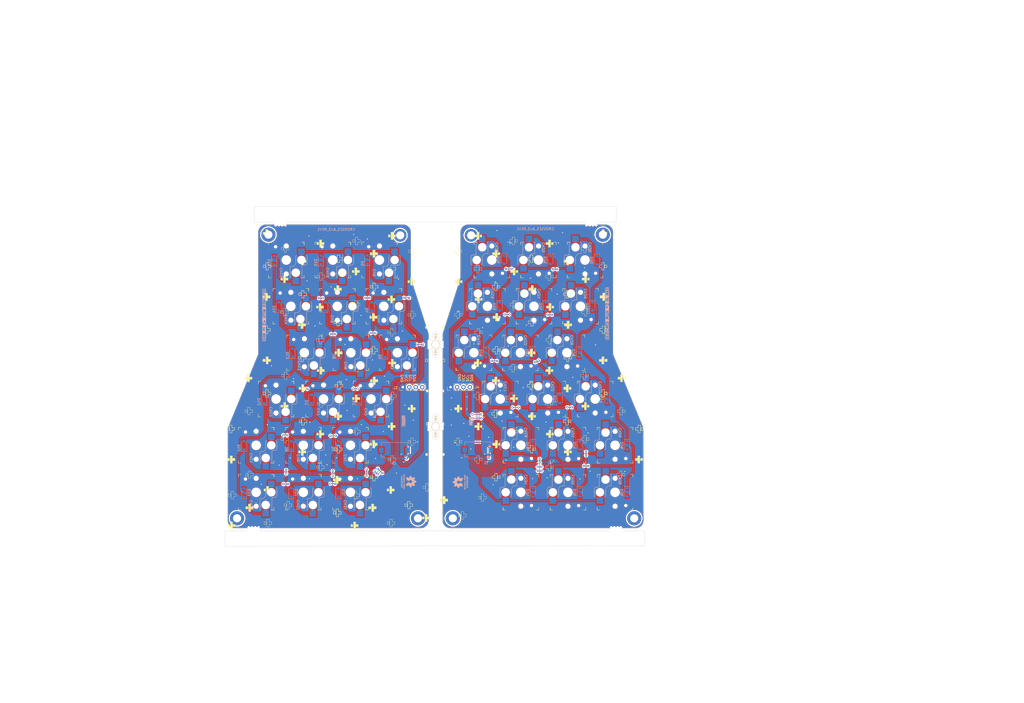
<source format=kicad_pcb>
(kicad_pcb (version 20240108) (generator "pcbnew") (generator_version "8.0")
  (title_block (title "CrossesMain-SixCol") (date "2024-12-16") (rev "1") (company "Vincent Franco"))
  (layers (0 "F.Cu" signal) (31 "B.Cu" signal) (34 "B.Paste" user) (35 "F.Paste" user) (36 "B.SilkS" user "B.Silkscreen") (37 "F.SilkS" user "F.Silkscreen") (38 "B.Mask" user) (39 "F.Mask" user) (44 "Edge.Cuts" user))
  (net 0 "")
  (net 1 "Net-(D1-A)")
  (net 2 "Net-(D2-A)")
  (net 3 "Net-(D3-A)")
  (net 4 "Net-(D4-A)")
  (net 5 "Net-(D5-A)")
  (net 6 "Net-(D6-A)")
  (net 7 "Net-(D7-A)")
  (net 8 "Net-(D8-A)")
  (net 9 "Net-(D9-A)")
  (net 10 "Net-(D10-A)")
  (net 11 "Net-(D11-A)")
  (net 12 "Net-(D12-A)")
  (net 13 "Net-(D14-A)")
  (net 14 "Net-(D15-A)")
  (net 15 "Net-(D13-A)")
  (net 16 "L-COL0")
  (net 17 "L-COL1")
  (net 18 "L-COL2")
  (net 19 "L-COL3")
  (net 20 "L-COL4")
  (net 21 "L-ROW0")
  (net 22 "L-ROW1")
  (net 23 "L-ROW2")
  (net 24 "SCL")
  (net 25 "GND")
  (net 26 "SDA")
  (net 27 "VCC")
  (net 29 "L-COLP")
  (net 30 "R-COL0")
  (net 31 "Net-(D16-A)")
  (net 32 "R-COL1")
  (net 33 "Net-(D17-A)")
  (net 34 "R-COL2")
  (net 35 "Net-(D18-A)")
  (net 36 "Net-(D19-A)")
  (net 37 "R-COL3")
  (net 38 "R-COL4")
  (net 39 "Net-(D20-A)")
  (net 40 "Net-(D21-A)")
  (net 41 "Net-(D22-A)")
  (net 42 "Net-(D23-A)")
  (net 43 "Net-(D24-A)")
  (net 44 "Net-(D25-A)")
  (net 45 "Net-(D26-A)")
  (net 46 "Net-(D27-A)")
  (net 47 "Net-(D28-A)")
  (net 48 "Net-(D29-A)")
  (net 49 "Net-(D30-A)")
  (net 50 "R-ROW0")
  (net 51 "R-ROW1")
  (net 52 "R-ROW2")
  (net 54 "VCC-R")
  (net 55 "SCL-R")
  (net 56 "Net-(D31-A)")
  (net 57 "SDA-R")
  (net 58 "Net-(D32-A)")
  (net 59 "Net-(D33-A)")
  (net 60 "R-COLP")
  (net 61 "Net-(D34-A)")
  (net 62 "Net-(D35-A)")
  (net 63 "Net-(D36-A)")
  (footprint "keyswitches:Kailh_socket_PG1350" (layer "F.Cu") (at 215.185348 149.56132 -90)
    (property "Reference" "CH23")
    (property "Value" "CPG135001S30")
  )
  (footprint "keyswitches:Kailh_socket_PG1350" (layer "F.Cu") (at 137.756099 167.786781 90)
    (property "Reference" "CH7")
    (property "Value" "CPG135001S30")
  )
  (footprint "keyswitches:Kailh_socket_PG1350" (layer "F.Cu") (at 202.21 131.28 -90)
    (property "Reference" "CH19")
    (property "Value" "CPG135001S30")
  )
  (footprint "PCM_marbastlib-various:mousebites_5p5mm_easysnap" (layer "F.Cu") (at 184.575 178.585)
    (property "Reference" "MB5" (hide yes))
    (property "Value" "5.5mm" (hide yes))
    (fp_line (start -4 -3.9) (end -4 -2.4) (stroke (width 0.1)) (layer "Edge.Cuts"))
    (fp_line (start -4 2.4) (end -4 3.9) (stroke (width 0.1)) (layer "Edge.Cuts"))
    (fp_line (start -1.5 -2.03) (end -1.5 -3.9) (stroke (width 0.1)) (layer "Edge.Cuts"))
    (fp_line (start -1.5 3.9) (end -1.5 2.03) (stroke (width 0.1)) (layer "Edge.Cuts"))
    (fp_arc (start -5.5 2.4) (mid -4.75 1.65) (end -4 2.4) (stroke (width 0.1)) (layer "Edge.Cuts"))
    (fp_arc (start -4 -3.9) (mid -2.75 -5.15) (end -1.5 -3.9) (stroke (width 0.1)) (layer "Edge.Cuts"))
    (fp_arc (start -4 -2.4) (mid -4.75 -1.65) (end -5.5 -2.4) (stroke (width 0.1)) (layer "Edge.Cuts"))
    (fp_arc (start -1.5 2.03) (mid -0.75 1.28) (end 0 2.03) (stroke (width 0.1)) (layer "Edge.Cuts"))
    (fp_arc (start -1.5 3.9) (mid -2.75 5.15) (end -4 3.9) (stroke (width 0.1)) (layer "Edge.Cuts"))
    (fp_arc (start 0 -2.03) (mid -0.75 -1.28) (end -1.5 -2.03) (stroke (width 0.1)) (layer "Edge.Cuts"))
  )
  (footprint "keyswitches:Kailh_socket_PG1350" (layer "F.Cu") (at 129.793098 204.486781 90)
    (property "Reference" "CH32")
    (property "Value" "CPG135001S30")
  )
  (footprint "keyswitches:Kailh_socket_PG1350" (layer "F.Cu") (at 124.881099 131.286781 90)
    (property "Reference" "CH14")
    (property "Value" "CPG135001S30")
  )
  (footprint "PCM_marbastlib-various:mousebites_1mm" (layer "F.Cu") (at 120.8 99.099999 -90)
    (property "Reference" "REF**" (hide yes))
    (property "Value" "mousebites 1mm" (hide yes))
    (fp_arc (start -1 2.75) (mid -0.5 2.25) (end 0 2.75) (stroke (width 0.05)) (layer "Edge.Cuts"))
    (fp_arc (start 0 -2.75) (mid -0.5 -2.25) (end -1 -2.75) (stroke (width 0.05)) (layer "Edge.Cuts"))
  )
  (footprint "keyswitches:Kailh_socket_PG1350" (layer "F.Cu") (at 215.34 185.97 -90)
    (property "Reference" "CH16")
    (property "Value" "CPG135001S30")
  )
  (footprint "PCM_marbastlib-various:mousebites_1mm" (layer "F.Cu") (at 110.25 218.6 90)
    (property "Reference" "REF**" (hide yes))
    (property "Value" "mousebites 1mm" (hide yes))
    (fp_arc (start 0 -2.75) (mid -0.5 -2.25) (end -1 -2.75) (stroke (width 0.05)) (layer "Edge.Cuts"))
    (fp_arc (start -1 2.75) (mid -0.5 2.25) (end 0 2.75) (stroke (width 0.05)) (layer "Edge.Cuts"))
  )
  (footprint "keyswitches:Kailh_socket_PG1350" (layer "F.Cu") (at 159.731099 113.061781 90)
    (property "Reference" "CH5")
    (property "Value" "CPG135001S30")
  )
  (footprint "keyswitches:Kailh_socket_PG1350" (layer "F.Cu") (at 233.473348 149.56132 -90)
    (property "Reference" "CH28")
    (property "Value" "CPG135001S30")
  )
  (footprint "keyswitches:Kailh_socket_PG1350" (layer "F.Cu") (at 111.256099 185.986781 90)
    (property "Reference" "CH11")
    (property "Value" "CPG135001S30")
  )
  (footprint "PCM_marbastlib-various:mousebites_5p5mm_easysnap" (layer "F.Cu") (at 184.575 146.32)
    (property "Reference" "MB5" (hide yes))
    (property "Value" "5.5mm" (hide yes))
    (fp_line (start -4 -3.9) (end -4 -2.4) (stroke (width 0.1)) (layer "Edge.Cuts"))
    (fp_line (start -4 2.4) (end -4 3.9) (stroke (width 0.1)) (layer "Edge.Cuts"))
    (fp_line (start -1.5 -2.03) (end -1.5 -3.9) (stroke (width 0.1)) (layer "Edge.Cuts"))
    (fp_line (start -1.5 3.9) (end -1.5 2.03) (stroke (width 0.1)) (layer "Edge.Cuts"))
    (fp_arc (start -5.5 2.4) (mid -4.75 1.65) (end -4 2.4) (stroke (width 0.1)) (layer "Edge.Cuts"))
    (fp_arc (start -4 -3.9) (mid -2.75 -5.15) (end -1.5 -3.9) (stroke (width 0.1)) (layer "Edge.Cuts"))
    (fp_arc (start -4 -2.4) (mid -4.75 -1.65) (end -5.5 -2.4) (stroke (width 0.1)) (layer "Edge.Cuts"))
    (fp_arc (start -1.5 2.03) (mid -0.75 1.28) (end 0 2.03) (stroke (width 0.1)) (layer "Edge.Cuts"))
    (fp_arc (start -1.5 3.9) (mid -2.75 5.15) (end -4 3.9) (stroke (width 0.1)) (layer "Edge.Cuts"))
    (fp_arc (start 0 -2.03) (mid -0.75 -1.28) (end -1.5 -2.03) (stroke (width 0.1)) (layer "Edge.Cuts"))
  )
  (footprint "keyswitches:Kailh_socket_PG1350" (layer "F.Cu") (at 225.923348 167.78632 -90)
    (property "Reference" "CH22")
    (property "Value" "CPG135001S30")
  )
  (footprint "keyswitches:Kailh_socket_PG1350" (layer "F.Cu") (at 240.582349 113.06132 -90)
    (property "Reference" "CH30")
    (property "Value" "CPG135001S30")
  )
  (footprint "MountingHole:MountingHole_3.2mm_M3_DIN965_Pad" (layer "F.Cu") (at 174.9 214.73 -90)
    (property "Reference" "H3" (hide yes))
    (property "Value" "MountingHole")
  )
  (footprint "keyswitches:Kailh_socket_PG1350" (layer "F.Cu") (at 143.169099 131.286781 90)
    (property "Reference" "CH9")
    (property "Value" "CPG135001S30")
  )
  (footprint "keyswitches:Kailh_socket_PG1350" (layer "F.Cu") (at 130.206099 149.561781 90)
    (property "Reference" "CH13")
    (property "Value" "CPG135001S30")
  )
  (footprint "keyswitches:Kailh_socket_PG1350" (layer "F.Cu") (at 244.592348 167.78632 -90)
    (property "Reference" "CH27")
    (property "Value" "CPG135001S30")
  )
  (footprint "art-warning:Crosses Icon" (layer "F.Cu") (at 99.95 199.075)
    (property "Reference" "REF**" (hide yes))
    (property "Value" "Crosses Icon" (hide yes))
  )
  (footprint "keyswitches:Kailh_socket_PG1350" (layer "F.Cu") (at 252.423348 204.48632 -90)
    (property "Reference" "CH36")
    (property "Value" "CPG135001S30")
  )
  (footprint "keyswitches:Kailh_socket_PG1350" (layer "F.Cu") (at 215.34 204.47 -90)
    (property "Reference" "CH34")
    (property "Value" "CPG135001S30")
  )
  (footprint "keyswitches:Kailh_socket_PG1350" (layer "F.Cu") (at 233.88 204.5 -90)
    (property "Reference" "CH35")
    (property "Value" "CPG135001S30")
  )
  (footprint "keyswitches:Kailh_socket_PG1350" (layer "F.Cu") (at 252.423348 185.98632 -90)
    (property "Reference" "CH26")
    (property "Value" "CPG135001S30")
  )
  (footprint "keyswitches:Kailh_socket_PG1350" (layer "F.Cu") (at 123.097098 113.061781 90)
    (property "Reference" "CH15")
    (property "Value" "CPG135001S30")
  )
  (footprint "keyswitches:Kailh_socket_PG1350" (layer "F.Cu") (at 148.330099 204.486781 90)
    (property "Reference" "CH31")
    (property "Value" "CPG135001S30")
  )
  (footprint "MountingHole:MountingHole_3.2mm_M3_DIN965_Pad" (layer "F.Cu") (at 116.079447 103.100461 -90)
    (property "Reference" "H1" (hide yes))
    (property "Value" "MountingHole")
  )
  (footprint "keyswitches:Kailh_socket_PG1350" (layer "F.Cu") (at 196.88 149.57 -90)
    (property "Reference" "CH18")
    (property "Value" "CPG135001S30")
  )
  (footprint "MountingHole:MountingHole_3.2mm_M3_DIN965_Pad" (layer "F.Cu") (at 103.729447 214.73 -90)
    (property "Reference" "H6" (hide yes))
    (property "Value" "MountingHole")
  )
  (footprint "PCM_marbastlib-various:mousebites_1mm" (layer "F.Cu") (at 252.775 218.6 90)
    (property "Reference" "REF**" (hide yes))
    (property "Value" "mousebites 1mm" (hide yes))
    (fp_arc (start 0 -2.75) (mid -0.5 -2.25) (end -1 -2.75) (stroke (width 0.05)) (layer "Edge.Cuts"))
    (fp_arc (start -1 2.75) (mid -0.5 2.25) (end 0 2.75) (stroke (width 0.05)) (layer "Edge.Cuts"))
  )
  (footprint "Connector_PinHeader_2.54mm:PinHeader_1x04_P2.54mm_Vertical" (layer "F.Cu") (at 168.94 163.1 90)
    (property "Reference" "J2")
    (property "Value" "Conn_01x04_Socket")
  )
  (footprint "keyswitches:Kailh_socket_PG1350" (layer "F.Cu") (at 203.93 113.06 -90)
    (property "Reference" "CH20")
    (property "Value" "CPG135001S30")
  )
  (footprint "MountingHole:MountingHole_3.2mm_M3_DIN965_Pad" (layer "F.Cu") (at 167.899447 103.350461 -90)
    (property "Reference" "H5" (hide yes))
    (property "Value" "MountingHole")
  )
  (footprint "keyswitches:Kailh_socket_PG1350" (layer "F.Cu") (at 233.88 186 -90)
    (property "Reference" "CH21")
    (property "Value" "CPG135001S30")
  )
  (footprint "keyswitches:Kailh_socket_PG1350" (layer "F.Cu") (at 161.457098 131.286781 90)
    (property "Reference" "CH4")
    (property "Value" "CPG135001S30")
  )
  (footprint "art-warning:gggw-logo" (layer "F.Cu") (at 165.6 200.9 -90)
    (property "Reference" "G***" (hide yes))
    (property "Value" "LOGO" (hide yes))
  )
  (footprint "keyswitches:Kailh_socket_PG1350" (layer "F.Cu") (at 111.256099 204.486781 90)
    (property "Reference" "CH33")
    (property "Value" "CPG135001S30")
  )
  (footprint "keyswitches:Kailh_socket_PG1350" (layer "F.Cu") (at 141.385099 113.061781 90)
    (property "Reference" "CH10")
    (property "Value" "CPG135001S30")
  )
  (footprint "PCM_marbastlib-various:mousebites_1mm" (layer "F.Cu") (at 243.075 99.1 -90)
    (property "Reference" "REF**" (hide yes))
    (property "Value" "mousebites 1mm" (hide yes))
    (fp_arc (start -1 2.75) (mid -0.5 2.25) (end 0 2.75) (stroke (width 0.05)) (layer "Edge.Cuts"))
    (fp_arc (start 0 -2.75) (mid -0.5 -2.25) (end -1 -2.75) (stroke (width 0.05)) (layer "Edge.Cuts"))
  )
  (footprint "keyswitches:Kailh_socket_PG1350" (layer "F.Cu") (at 148.494099 149.561781 90)
    (property "Reference" "CH8")
    (property "Value" "CPG135001S30")
  )
  (footprint "keyswitches:Kailh_socket_PG1350" (layer "F.Cu") (at 222.294348 113.06132 -90)
    (property "Reference" "CH25")
    (property "Value" "CPG135001S30")
  )
  (footprint "keyswitches:Kailh_socket_PG1350" (layer "F.Cu") (at 148.330099 185.986781 90)
    (property "Reference" "CH1")
    (property "Value" "CPG135001S30")
  )
  (footprint "keyswitches:Kailh_socket_PG1350" (layer "F.Cu") (at 207.25 167.79 -90)
    (property "Reference" "CH17")
    (property "Value" "CPG135001S30")
  )
  (footprint "Connector_PinHeader_2.54mm:PinHeader_1x04_P2.54mm_Vertical" (layer "F.Cu") (at 187.7 163.1 90)
    (property "Reference" "J4")
    (property "Value" "Conn_01x04_Socket")
  )
  (footprint "keyswitches:Kailh_socket_PG1350" (layer "F.Cu") (at 166.782099 149.561781 90)
    (property "Reference" "CH3")
    (property "Value" "CPG135001S30")
  )
  (footprint "keyswitches:Kailh_socket_PG1350" (layer "F.Cu") (at 129.793098 185.986781 90)
    (property "Reference" "CH6")
    (property "Value" "CPG135001S30")
  )
  (footprint "keyswitches:Kailh_socket_PG1350" (layer "F.Cu") (at 238.798348 131.28632 -90)
    (property "Reference" "CH29")
    (property "Value" "CPG135001S30")
  )
  (footprint "keyswitches:Kailh_socket_PG1350" (layer "F.Cu") (at 220.510348 131.28632 -90)
    (property "Reference" "CH24")
    (property "Value" "CPG135001S30")
  )
  (footprint "keyswitches:Kailh_socket_PG1350" (layer "F.Cu") (at 119.087099 167.786781 90)
    (property "Reference" "CH12")
    (property "Value" "CPG135001S30")
  )
  (footprint "art-warning:gggw-logo" (layer "F.Cu") (at 197.3 199.9 90)
    (property "Reference" "G***" (hide yes))
    (property "Value" "LOGO" (hide yes))
  )
  (footprint "keyswitches:Kailh_socket_PG1350" (layer "F.Cu") (at 156.425099 167.786781 90)
    (property "Reference" "CH2")
    (property "Value" "CPG135001S30")
  )
  (footprint "Diode_SMD:D_SOD-123" (layer "B.Cu") (at 249.29632 167.82132 -90)
    (property "Reference" "D27")
    (property "Value" "1N4148")
  )
  (footprint "Diode_SMD:D_SOD-123" (layer "B.Cu") (at 143.783127 149.521781 90)
    (property "Reference" "D8")
    (property "Value" "1N4148")
  )
  (footprint "Diode_SMD:D_SOD-123" (layer "B.Cu") (at 154.933127 112.921781 90)
    (property "Reference" "D5")
    (property "Value" "1N4148")
  )
  (footprint "Diode_SMD:D_SOD-123" (layer "B.Cu") (at 220.09632 204.57132 -90)
    (property "Reference" "D34")
    (property "Value" "1N4148")
  )
  (footprint "Diode_SMD:D_SOD-123" (layer "B.Cu") (at 156.683127 131.321781 90)
    (property "Reference" "D4")
    (property "Value" "1N4148")
  )
  (footprint "Connector_FFC-FPC:Hirose_FH12-14S-0.5SH_1x14-1MP_P0.50mm_Horizontal" (layer "B.Cu") (at 165.59 189.34)
    (property "Reference" "J3")
    (property "Value" "Conn_01x14_Pin")
  )
  (footprint "Diode_SMD:D_SOD-123" (layer "B.Cu") (at 120.183127 131.321781 90)
    (property "Reference" "D14")
    (property "Value" "1N4148")
  )
  (footprint "Diode_SMD:D_SOD-123" (layer "B.Cu") (at 238.59632 204.52132 -90)
    (property "Reference" "D35")
    (property "Value" "1N4148")
  )
  (footprint "Diode_SMD:D_SOD-123" (layer "B.Cu") (at 125.083127 204.521781 90)
    (property "Reference" "D32")
    (property "Value" "1N4148")
  )
  (footprint "Symbol:OSHW-Logo_5.7x6mm_SilkScreen" (layer "B.Cu") (at 171.2 200.3 90)
    (property "Reference" "REF**" (hide yes))
    (property "Value" "OSHW-Logo_5.7x6mm_SilkScreen" (hide yes))
  )
  (footprint "MountingHole:MountingHole_3.2mm_M3_DIN965_Pad" (layer "B.Cu") (at 188.6 214.73 -90)
    (property "Reference" "H3" (hide yes))
    (property "Value" "MountingHole")
  )
  (footprint "MountingHole:MountingHole_3.2mm_M3_DIN965_Pad" (layer "B.Cu") (at 195.78 103.35 -90)
    (property "Reference" "H5" (hide yes))
    (property "Value" "MountingHole")
  )
  (footprint "Diode_SMD:D_SOD-123" (layer "B.Cu") (at 225.19632 131.32132 -90)
    (property "Reference" "D24")
    (property "Value" "1N4148")
  )
  (footprint "Diode_SMD:D_SOD-123" (layer "B.Cu") (at 211.99632 167.82132 -90)
    (property "Reference" "D17")
    (property "Value" "1N4148")
  )
  (footprint "Diode_SMD:D_SOD-123" (layer "B.Cu") (at 226.99632 113.02132 -90)
    (property "Reference" "D25")
    (property "Value" "1N4148")
  )
  (footprint "Diode_SMD:D_SOD-123" (layer "B.Cu") (at 161.983127 149.621781 90)
    (property "Reference" "D3")
    (property "Value" "1N4148")
  )
  (footprint "Diode_SMD:D_SOD-123" (layer "B.Cu") (at 132.983126 167.721781 90)
    (property "Reference" "D7")
    (property "Value" "1N4148")
  )
  (footprint "Diode_SMD:D_SOD-123" (layer "B.Cu") (at 143.583127 204.571781 90)
    (property "Reference" "D31")
    (property "Value" "1N4148")
  )
  (footprint "Diode_SMD:D_SOD-123" (layer "B.Cu") (at 138.483127 131.321781 90)
    (property "Reference" "D9")
    (property "Value" "1N4148")
  )
  (footprint "Diode_SMD:D_SOD-123" (layer "B.Cu") (at 125.483127 149.521781 90)
    (property "Reference" "D13")
    (property "Value" "1N4148")
  )
  (footprint "Diode_SMD:D_SOD-123" (layer "B.Cu") (at 114.383127 167.821781 90)
    (property "Reference" "D12")
    (property "Value" "1N4148")
  )
  (footprint "MountingHole:MountingHole_3.2mm_M3_DIN965_Pad" (layer "B.Cu") (at 247.6 103.1 -90)
    (property "Reference" "H1" (hide yes))
    (property "Value" "MountingHole")
  )
  (footprint "Diode_SMD:D_SOD-123" (layer "B.Cu") (at 245.296321 113.12132 -90)
    (property "Reference" "D30")
    (property "Value" "1N4148")
  )
  (footprint "Diode_SMD:D_SOD-123" (layer "B.Cu") (at 220.09632 186.07132 -90)
    (property "Reference" "D16")
    (property "Value" "1N4148")
  )
  (footprint "Diode_SMD:D_SOD-123" (layer "B.Cu") (at 230.696321 167.72132 -90)
    (property "Reference" "D22")
    (property "Value" "1N4148")
  )
  (footprint "Diode_SMD:D_SOD-123" (layer "B.Cu") (at 257.19632 186.02132 -90)
    (property "Reference" "D26")
    (property "Value" "1N4148")
  )
  (footprint "Diode_SMD:D_SOD-123" (layer "B.Cu") (at 208.74632 112.92132 -90)
    (property "Reference" "D20")
    (property "Value" "1N4148")
  )
  (footprint "Diode_SMD:D_SOD-123" (layer "B.Cu") (at 243.49632 131.32132 -90)
    (property "Reference" "D29")
    (property "Value" "1N4148")
  )
  (footprint "Connector_FFC-FPC:Hirose_FH12-14S-0.5SH_1x14-1MP_P0.50mm_Horizontal" (layer "B.Cu") (at 198.38 189.19)
    (property "Reference" "J1")
    (property "Value" "Conn_01x14_Pin")
  )
  (footprint "Diode_SMD:D_SOD-123" (layer "B.Cu") (at 106.483127 186.021781 90)
    (property "Reference" "D11")
    (property "Value" "1N4148")
  )
  (footprint "Diode_SMD:D_SOD-123" (layer "B.Cu") (at 201.69632 149.62132 -90)
    (property "Reference" "D18")
    (property "Value" "1N4148")
  )
  (footprint "Diode_SMD:D_SOD-123" (layer "B.Cu") (at 219.89632 149.52132 -90)
    (property "Reference" "D23")
    (property "Value" "1N4148")
  )
  (footprint "Diode_SMD:D_SOD-123" (layer "B.Cu") (at 238.19632 149.52132 -90)
    (property "Reference" "D28")
    (property "Value" "1N4148")
  )
  (footprint "Diode_SMD:D_SOD-123" (layer "B.Cu") (at 238.59632 186.02132 -90)
    (property "Reference" "D21")
    (property "Value" "1N4148")
  )
  (footprint "Symbol:OSHW-Logo_5.7x6mm_SilkScreen" (layer "B.Cu") (at 191.6 200.5 -90)
    (property "Reference" "REF**" (hide yes))
    (property "Value" "OSHW-Logo_5.7x6mm_SilkScreen" (hide yes))
  )
  (footprint "Diode_SMD:D_SOD-123" (layer "B.Cu") (at 136.683127 113.021781 90)
    (property "Reference" "D10")
    (property "Value" "1N4148")
  )
  (footprint "Diode_SMD:D_SOD-123" (layer "B.Cu") (at 206.99632 131.32132 -90)
    (property "Reference" "D19")
    (property "Value" "1N4148")
  )
  (footprint "Diode_SMD:D_SOD-123" (layer "B.Cu") (at 257.19632 204.52132 -90)
    (property "Reference" "D36")
    (property "Value" "1N4148")
  )
  (footprint "Diode_SMD:D_SOD-123" (layer "B.Cu") (at 151.683127 167.821781 90)
    (property "Reference" "D2")
    (property "Value" "1N4148")
  )
  (footprint "Diode_SMD:D_SOD-123" (layer "B.Cu") (at 118.383126 113.121781 90)
    (property "Reference" "D15")
    (property "Value" "1N4148")
  )
  (footprint "Diode_SMD:D_SOD-123" (layer "B.Cu") (at 125.083127 186.021781 90)
    (property "Reference" "D6")
    (property "Value" "1N4148")
  )
  (footprint "Diode_SMD:D_SOD-123" (layer "B.Cu") (at 143.583127 186.071781 90)
    (property "Reference" "D1")
    (property "Value" "1N4148")
  )
  (footprint "Diode_SMD:D_SOD-123" (layer "B.Cu") (at 106.483127 204.521781 90)
    (property "Reference" "D33")
    (property "Value" "1N4148")
  )
  (footprint "MountingHole:MountingHole_3.2mm_M3_DIN965_Pad" (layer "B.Cu") (at 259.95 214.73 -90)
    (property "Reference" "H6" (hide yes))
    (property "Value" "MountingHole")
  )
  (gr_arc (start 100.118696 179.494708) (mid 100.157201 179.107978) (end 100.269759 178.735991) (stroke (width 0.1)) (layer "Edge.Cuts"))
  (gr_line (start 179.075 143.92) (end 179.079447 142.410973) (stroke (width 0.1)) (layer "Edge.Cuts"))
  (gr_arc (start 112.079447 149.704234) (mid 112.041322 150.092909) (end 111.92838 150.46676) (stroke (width 0.1)) (layer "Edge.Cuts"))
  (gr_line (start 191.6 102.109464) (end 191.6 119.789488) (stroke (width 0.1)) (layer "Edge.Cuts"))
  (gr_arc (start 179.075 215.6) (mid 178.19632 217.72132) (end 176.075 218.6) (stroke (width 0.1)) (layer "Edge.Cuts"))
  (gr_arc (start 191.6 102.109464) (mid 192.478468 99.988292) (end 194.599464 99.109463) (stroke (width 0.1)) (layer "Edge.Cuts"))
  (gr_arc (start 112.079447 102.100958) (mid 112.958343 99.9795) (end 115.079944 99.100959) (stroke (width 0.1)) (layer "Edge.Cuts"))
  (gr_arc (start 172.173595 120.396356) (mid 172.103126 120.096785) (end 172.079447 119.789949) (stroke (width 0.1)) (layer "Edge.Cuts"))
  (gr_line (start 179.075 215.6) (end 179.075 180.985) (stroke (width 0.1)) (layer "Edge.Cuts"))
  (gr_line (start 123.55 99.099999) (end 169.079983 99.109924) (stroke (width 0.1)) (layer "Edge.Cuts"))
  (gr_line (start 184.575 176.555) (end 184.575 148.35) (stroke (width 0.1)) (layer "Edge.Cuts"))
  (gr_line (start 264.1 225.6) (end 99 225.7) (stroke (width 0.1)) (layer "Edge.Cuts"))
  (gr_line (start 179.075 176.185) (end 179.075 148.72) (stroke (width 0.1)) (layer "Edge.Cuts"))
  (gr_line (start 110.5 98.1) (end 110.5 92.1) (stroke (width 0.1)) (layer "Edge.Cuts"))
  (gr_arc (start 103.085167 218.600461) (mid 100.961798 217.719781) (end 100.085172 215.594747) (stroke (width 0.1)) (layer "Edge.Cuts"))
  (gr_arc (start 251.751067 150.466299) (mid 251.638121 150.092448) (end 251.6 149.703773) (stroke (width 0.1)) (layer "Edge.Cuts"))
  (gr_line (start 187.571128 218.6) (end 250.025 218.6) (stroke (width 0.1)) (layer "Edge.Cuts"))
  (gr_line (start 118.05 98.099999) (end 110.5 98.1) (stroke (width 0.1)) (layer "Edge.Cuts"))
  (gr_arc (start 248.599503 99.100498) (mid 250.721145 99.979001) (end 251.6 102.100497) (stroke (width 0.1)) (layer "Edge.Cuts"))
  (gr_arc (start 263.594275 215.594286) (mid 262.717619 217.719292) (end 260.59428 218.6) (stroke (width 0.1)) (layer "Edge.Cuts"))
  (gr_arc (start 178.985298 141.804566) (mid 179.055767 142.104137) (end 179.079447 142.410973) (stroke (width 0.1)) (layer "Edge.Cuts"))
  (gr_line (start 123.55 98.099999) (end 240.325 98.1) (stroke (width 0.1)) (layer "Edge.Cuts"))
  (gr_line (start 100.085172 215.594747) (end 100.118696 179.494708) (stroke (width 0.1)) (layer "Edge.Cuts"))
  (gr_line (start 264.1 219.6) (end 264.1 225.6) (stroke (width 0.1)) (layer "Edge.Cuts"))
  (gr_line (start 245.825 99.1) (end 248.599503 99.100498) (stroke (width 0.1)) (layer "Edge.Cuts"))
  (gr_line (start 184.575 144.29) (end 184.6 142.410512) (stroke (width 0.1)) (layer "Edge.Cuts"))
  (gr_line (start 263.594275 215.594286) (end 263.560751 179.494247) (stroke (width 0.1)) (layer "Edge.Cuts"))
  (gr_arc (start 169.079983 99.109924) (mid 171.200983 99.988776) (end 172.079447 102.109925) (stroke (width 0.1)) (layer "Edge.Cuts"))
  (gr_line (start 113 219.6) (end 250.025 219.6) (stroke (width 0.1)) (layer "Edge.Cuts"))
  (gr_line (start 251.6 149.703773) (end 251.6 102.100497) (stroke (width 0.1)) (layer "Edge.Cuts"))
  (gr_line (start 255.525 218.6) (end 260.59428 218.6) (stroke (width 0.1)) (layer "Edge.Cuts"))
  (gr_line (start 184.57113 215.603875) (end 184.575 180.615) (stroke (width 0.1)) (layer "Edge.Cuts"))
  (gr_line (start 245.825 98.1) (end 252.9 98.1) (stroke (width 0.1)) (layer "Edge.Cuts"))
  (gr_line (start 118.05 99.099999) (end 115.079944 99.100959) (stroke (width 0.1)) (layer "Edge.Cuts"))
  (gr_line (start 99 225.7) (end 99 219.6) (stroke (width 0.1)) (layer "Edge.Cuts"))
  (gr_line (start 255.525 219.6) (end 264.1 219.6) (stroke (width 0.1)) (layer "Edge.Cuts"))
  (gr_line (start 112.079447 149.704234) (end 112.079447 102.100958) (stroke (width 0.1)) (layer "Edge.Cuts"))
  (gr_arc (start 263.409688 178.73553) (mid 263.522245 179.107516) (end 263.560751 179.494247) (stroke (width 0.1)) (layer "Edge.Cuts"))
  (gr_line (start 107.5 218.6) (end 103.085167 218.600461) (stroke (width 0.1)) (layer "Edge.Cuts"))
  (gr_line (start 252.9 98.1) (end 252.9 92.1) (stroke (width 0.1)) (layer "Edge.Cuts"))
  (gr_arc (start 191.6 119.789488) (mid 191.576314 120.096322) (end 191.505852 120.395895) (stroke (width 0.1)) (layer "Edge.Cuts"))
  (gr_line (start 172.079447 102.109925) (end 172.079447 119.789949) (stroke (width 0.1)) (layer "Edge.Cuts"))
  (gr_line (start 111.92838 150.46676) (end 100.269759 178.735991) (stroke (width 0.1)) (layer "Edge.Cuts"))
  (gr_line (start 99 219.6) (end 107.5 219.6) (stroke (width 0.1)) (layer "Edge.Cuts"))
  (gr_arc (start 187.571128 218.6) (mid 185.45116 217.7227) (end 184.57113 215.603875) (stroke (width 0.1)) (layer "Edge.Cuts"))
  (gr_line (start 191.505852 120.395895) (end 184.694149 141.804105) (stroke (width 0.1)) (layer "Edge.Cuts"))
  (gr_arc (start 184.6 142.410512) (mid 184.623676 142.103676) (end 184.694149 141.804105) (stroke (width 0.1)) (layer "Edge.Cuts"))
  (gr_line (start 251.751067 150.466299) (end 263.409688 178.73553) (stroke (width 0.1)) (layer "Edge.Cuts"))
  (gr_line (start 172.173595 120.396356) (end 178.985298 141.804566) (stroke (width 0.1)) (layer "Edge.Cuts"))
  (gr_line (start 252.9 92.1) (end 110.5 92.1) (stroke (width 0.1)) (layer "Edge.Cuts"))
  (gr_line (start 113 218.6) (end 176.075 218.6) (stroke (width 0.1)) (layer "Edge.Cuts"))
  (gr_line (start 194.599464 99.109463) (end 240.325 99.1) (stroke (width 0.1)) (layer "Edge.Cuts"))
  (gr_text "DESIGNED WITH <3 IN MKE" (at 115.02 124.2 90) (layer "B.SilkS" knockout) (effects (font (size 1 1) (thickness 0.25)) (justify left bottom mirror)))
  (gr_text "CROSSES_6x3_REV1" (at 150.2 101.6 -0) (layer "B.SilkS") (effects (font (size 1 1)) (justify left bottom mirror)))
  (gr_text "DESIGNED WITH <3 IN MKE" (at 248.654084 144.64132 -90) (layer "B.SilkS" knockout) (effects (font (size 1 1) (thickness 0.25)) (justify left bottom mirror)))
  (gr_text "RIGHT" (at 168.59 178.78 270) (layer "B.SilkS" knockout) (effects (font (size 1 1)) (justify left bottom mirror)))
  (gr_text "CROSSES_6x3_REV1" (at 228.5 101.4 -0) (layer "B.SilkS") (effects (font (size 1 1)) (justify left bottom mirror)))
  (gr_text "LEFT" (at 196.29 174.58 90) (layer "B.SilkS" knockout) (effects (font (size 1 1)) (justify left bottom mirror)))
  (gr_text "GND\nVCC\nSCL\nSDA" (at 196.65 161 90) (layer "F.SilkS") (effects (font (size 1 1)) (justify left bottom)))
  (gr_text "SDA\nSCL\nVCC\nGND" (at 168 158 -90) (layer "F.SilkS") (effects (font (size 1 1)) (justify left bottom)))
  (segment (start 144.81 185.648654) (end 144.81 193.61) (width 0.2) (layer "B.Cu") (net 1))
  (segment (start 150.68188 195.66) (end 152.080099 194.261781) (width 0.2) (layer "B.Cu") (net 1))
  (segment (start 146.86 195.66) (end 150.68188 195.66) (width 0.2) (layer "B.Cu") (net 1))
  (segment (start 144.81 193.61) (end 146.86 195.66) (width 0.2) (layer "B.Cu") (net 1))
  (segment (start 143.583127 184.421781) (end 144.81 185.648654) (width 0.2) (layer "B.Cu") (net 1))
  (segment (start 153.379447 174.600461) (end 156.078986 177.3) (width 0.2) (layer "B.Cu") (net 2))
  (segment (start 156.078986 177.3) (end 158.936881 177.3) (width 0.2) (layer "B.Cu") (net 2))
  (segment (start 151.683127 166.171781) (end 151.683127 166.204141) (width 0.2) (layer "B.Cu") (net 2))
  (segment (start 158.936881 177.3) (end 160.175099 176.061782) (width 0.2) (layer "B.Cu") (net 2))
  (segment (start 153.379447 167.90046) (end 153.379447 174.600461) (width 0.2) (layer "B.Cu") (net 2))
  (segment (start 151.683127 166.204141) (end 153.379447 167.90046) (width 0.2) (layer "B.Cu") (net 2))
  (segment (start 165.566782 157.836782) (end 170.532099 157.836782) (width 0.2) (layer "B.Cu") (net 3))
  (segment (start 161.983127 148.004141) (end 163.679447 149.700461) (width 0.2) (layer "B.Cu") (net 3))
  (segment (start 163.679447 149.700461) (end 163.679447 155.949447) (width 0.2) (layer "B.Cu") (net 3))
  (segment (start 161.983127 147.971781) (end 161.983127 148.004141) (width 0.2) (layer "B.Cu") (net 3))
  (segment (start 163.679447 155.949447) (end 165.566782 157.836782) (width 0.2) (layer "B.Cu") (net 3))
  (segment (start 156.683127 129.704141) (end 158.379447 131.400461) (width 0.2) (layer "B.Cu") (net 4))
  (segment (start 158.379447 138.200461) (end 159.740767 139.561781) (width 0.2) (layer "B.Cu") (net 4))
  (segment (start 156.683127 129.671781) (end 156.683127 129.704141) (width 0.2) (layer "B.Cu") (net 4))
  (segment (start 158.379447 131.400461) (end 158.379447 138.200461) (width 0.2) (layer "B.Cu") (net 4))
  (segment (start 159.740767 139.561781) (end 165.207099 139.561782) (width 0.2) (layer "B.Cu") (net 4))
  (segment (start 156.679446 119.900461) (end 158.115767 121.336782) (width 0.2) (layer "B.Cu") (net 5))
  (segment (start 154.933127 111.271781) (end 154.950767 111.271781) (width 0.2) (layer "B.Cu") (net 5))
  (segment (start 158.115767 121.336782) (end 163.481099 121.336781) (width 0.2) (layer "B.Cu") (net 5))
  (segment (start 154.950767 111.271781) (end 156.679446 113.000461) (width 0.2) (layer "B.Cu") (net 5))
  (segment (start 156.679446 113.000461) (end 156.679446 119.900461) (width 0.2) (layer "B.Cu") (net 5))
  (segment (start 125.083127 184.371781) (end 125.083127 184.504141) (width 0.2) (layer "B.Cu") (net 6))
  (segment (start 125.083127 184.504141) (end 126.679447 186.100461) (width 0.2) (layer "B.Cu") (net 6))
  (segment (start 126.679447 186.100461) (end 126.679447 192.800461) (width 0.2) (layer "B.Cu") (net 6))
  (segment (start 130.118986 196.24) (end 131.564879 196.24) (width 0.2) (layer "B.Cu") (net 6))
  (segment (start 126.679447 192.800461) (end 130.118986 196.24) (width 0.2) (layer "B.Cu") (net 6))
  (segment (start 131.564879 196.24) (end 133.543098 194.261781) (width 0.2) (layer "B.Cu") (net 6))
  (segment (start 134.679447 167.800461) (end 134.679447 174.700461) (width 0.2) (layer "B.Cu") (net 7))
  (segment (start 140.30788 177.26) (end 141.506099 176.061781) (width 0.2) (layer "B.Cu") (net 7))
  (segment (start 134.679447 174.700461) (end 137.238986 177.26) (width 0.2) (layer "B.Cu") (net 7))
  (segment (start 132.983126 166.07178) (end 132.983126 166.10414) (width 0.2) (layer "B.Cu") (net 7))
  (segment (start 137.238986 177.26) (end 140.30788 177.26) (width 0.2) (layer "B.Cu") (net 7))
  (segment (start 132.983126 166.10414) (end 134.679447 167.800461) (width 0.2) (layer "B.Cu") (net 7))
  (segment (start 146.815766 157.836781) (end 152.244099 157.836781) (width 0.2) (layer "B.Cu") (net 8))
  (segment (start 143.850767 147.871781) (end 145.379447 149.400461) (width 0.2) (layer "B.Cu") (net 8))
  (segment (start 145.379447 149.400461) (end 145.379447 156.400461) (width 0.2) (layer "B.Cu") (net 8))
  (segment (start 143.783127 147.871781) (end 143.850767 147.871781) (width 0.2) (layer "B.Cu") (net 8))
  (segment (start 145.379447 156.400461) (end 146.815766 157.836781) (width 0.2) (layer "B.Cu") (net 8))
  (segment (start 138.483127 129.671781) (end 138.483127 129.704141) (width 0.2) (layer "B.Cu") (net 9))
  (segment (start 141.440767 139.561781) (end 146.919099 139.561782) (width 0.2) (layer "B.Cu") (net 9))
  (segment (start 138.483127 129.704141) (end 139.979447 131.200461) (width 0.2) (layer "B.Cu") (net 9))
  (segment (start 139.979447 138.100461) (end 141.440767 139.561781) (width 0.2) (layer "B.Cu") (net 9))
  (segment (start 139.979447 131.200461) (end 139.979447 138.100461) (width 0.2) (layer "B.Cu") (net 9))
  (segment (start 138.279447 119.900461) (end 139.715767 121.336781) (width 0.2) (layer "B.Cu") (net 10))
  (segment (start 138.279447 113.000462) (end 138.279447 119.900461) (width 0.2) (layer "B.Cu") (net 10))
  (segment (start 136.683126 111.404141) (end 138.279447 113.000462) (width 0.2) (layer "B.Cu") (net 10))
  (segment (start 139.715767 121.336781) (end 145.135099 121.336781) (width 0.2) (layer "B.Cu") (net 10))
  (segment (start 136.683126 111.371781) (end 136.683126 111.404141) (width 0.2) (layer "B.Cu") (net 10))
  (segment (start 106.483127 184.371781) (end 106.550766 184.371781) (width 0.2) (layer "B.Cu") (net 11))
  (segment (start 108.079446 185.900461) (end 108.079447 192.900461) (width 0.2) (layer "B.Cu") (net 11))
  (segment (start 111.098986 195.92) (end 113.34788 195.92) (width 0.2) (layer "B.Cu") (net 11))
  (segment (start 106.550766 184.371781) (end 108.079446 185.900461) (width 0.2) (layer "B.Cu") (net 11))
  (segment (start 108.079447 192.900461) (end 111.098986 195.92) (width 0.2) (layer "B.Cu") (net 11))
  (segment (start 113.34788 195.92) (end 115.006099 194.261781) (width 0.2) (layer "B.Cu") (net 11))
  (segment (start 115.6 174.3) (end 117.361782 176.061782) (width 0.2) (layer "B.Cu") (net 12))
  (segment (start 114.383127 166.204141) (end 115.6 167.421014) (width 0.2) (layer "B.Cu") (net 12))
  (segment (start 114.383127 166.171781) (end 114.383127 166.204141) (width 0.2) (layer "B.Cu") (net 12))
  (segment (start 115.6 167.421014) (end 115.6 174.3) (width 0.2) (layer "B.Cu") (net 12))
  (segment (start 117.361782 176.061782) (end 122.837099 176.061782) (width 0.2) (layer "B.Cu") (net 12))
  (segment (start 120.183127 129.704142) (end 121.779447 131.300461) (width 0.2) (layer "B.Cu") (net 13))
  (segment (start 123.140767 139.561781) (end 128.631099 139.561781) (width 0.2) (layer "B.Cu") (net 13))
  (segment (start 121.779447 138.200461) (end 123.140767 139.561781) (width 0.2) (layer "B.Cu") (net 13))
  (segment (start 121.779447 131.300461) (end 121.779447 138.200461) (width 0.2) (layer "B.Cu") (net 13))
  (segment (start 120.183127 129.671782) (end 120.183127 129.704142) (width 0.2) (layer "B.Cu") (net 13))
  (segment (start 119.979447 119.90046) (end 120.079447 119.900461) (width 0.2) (layer "B.Cu") (net 14))
  (segment (start 118.383127 111.504141) (end 119.979447 113.100461) (width 0.2) (layer "B.Cu") (net 14))
  (segment (start 119.979447 113.100461) (end 119.979447 119.90046) (width 0.2) (layer "B.Cu") (net 14))
  (segment (start 121.515766 121.336781) (end 126.847098 121.336781) (width 0.2) (layer "B.Cu") (net 14))
  (segment (start 118.383127 111.471781) (end 118.383127 111.504141) (width 0.2) (layer "B.Cu") (net 14))
  (segment (start 120.079447 119.900461) (end 121.515766 121.336781) (width 0.2) (layer "B.Cu") (net 14))
  (segment (start 125.483127 147.871781) (end 125.483127 147.904141) (width 0.2) (layer "B.Cu") (net 15))
  (segment (start 132.43288 159.36) (end 133.956099 157.836781) (width 0.2) (layer "B.Cu") (net 15))
  (segment (start 125.483127 147.904141) (end 126.91 149.331014) (width 0.2) (layer "B.Cu") (net 15))
  (segment (start 130.038986 159.36) (end 132.43288 159.36) (width 0.2) (layer "B.Cu") (net 15))
  (segment (start 126.91 156.231014) (end 130.038986 159.36) (width 0.2) (layer "B.Cu") (net 15))
  (segment (start 126.91 149.331014) (end 126.91 156.231014) (width 0.2) (layer "B.Cu") (net 15))
  (segment (start 140.479447 182.300462) (end 142.479447 182.300461) (width 0.2) (layer "F.Cu") (net 16))
  (segment (start 121.929447 182.000461) (end 123.379447 182.000461) (width 0.2) (layer "F.Cu") (net 16))
  (segment (start 142.479447 182.300461) (end 142.579447 182.200461) (width 0.2) (layer "F.Cu") (net 16))
  (via (at 121.929447 182.000461) (size 0.8) (drill 0.4) (layers "F.Cu" "B.Cu") (net 16))
  (via (at 140.479447 182.300462) (size 0.8) (drill 0.4) (layers "F.Cu" "B.Cu") (net 16))
  (via (at 123.379447 182.000461) (size 0.8) (drill 0.4) (layers "F.Cu" "B.Cu") (net 16))
  (via (at 142.579447 182.200461) (size 0.8) (drill 0.4) (layers "F.Cu" "B.Cu") (net 16))
  (segment (start 121.218127 182.711781) (end 121.929447 182.000461) (width 0.2) (layer "B.Cu") (net 16))
  (segment (start 124.479447 182.000461) (end 125.190767 182.711781) (width 0.2) (layer "B.Cu") (net 16))
  (segment (start 164.839999 185.079999) (end 164.839999 191.19) (width 0.2) (layer "B.Cu") (net 16))
  (segment (start 123.379447 182.000461) (end 124.479447 182.000461) (width 0.2) (layer "B.Cu") (net 16))
  (segment (start 117.206099 182.711781) (end 121.218127 182.711781) (width 0.2) (layer "B.Cu") (net 16))
  (segment (start 142.579447 182.200461) (end 142.978986 182.6) (width 0.2) (layer "B.Cu") (net 16))
  (segment (start 140.068127 182.711781) (end 140.479447 182.300462) (width 0.2) (layer "B.Cu") (net 16))
  (segment (start 162.471781 182.711781) (end 164.839999 185.079999) (width 0.2) (layer "B.Cu") (net 16))
  (segment (start 125.190767 182.711781) (end 140.068127 182.711781) (width 0.2) (layer "B.Cu") (net 16))
  (segment (start 142.978986 182.6) (end 154.168318 182.6) (width 0.2) (layer "B.Cu") (net 16))
  (segment (start 154.168318 182.6) (end 154.280099 182.711781) (width 0.2) (layer "B.Cu") (net 16))
  (segment (start 154.280099 182.711781) (end 162.471781 182.711781) (width 0.2) (layer "B.Cu") (net 16))
  (segment (start 129.929447 163.800462) (end 131.429447 163.800461) (width 0.2) (layer "F.Cu") (net 17))
  (segment (start 151.07 163.73) (end 149.605 163.73) (width 0.2) (layer "F.Cu") (net 17))
  (segment (start 149.605 163.73) (end 149.535 163.66) (width 0.2) (layer "F.Cu") (net 17))
  (via (at 129.929447 163.800462) (size 0.8) (drill 0.4) (layers "F.Cu" "B.Cu") (net 17))
  (via (at 149.535 163.66) (size 0.8) (drill 0.4) (layers "F.Cu" "B.Cu") (net 17))
  (via (at 131.429447 163.800461) (size 0.8) (drill 0.4) (layers "F.Cu" "B.Cu") (net 17))
  (via (at 151.07 163.73) (size 0.8) (drill 0.4) (layers "F.Cu" "B.Cu") (net 17))
  (segment (start 165.87 189.562941) (end 165.34 190.092941) (width 0.2) (layer "B.Cu") (net 17))
  (segment (start 148.683219 164.511781) (end 143.706099 164.511781) (width 0.2) (layer "B.Cu") (net 17))
  (segment (start 165.87 165.75) (end 165.87 189.562941) (width 0.2) (layer "B.Cu") (net 17))
  (segment (start 151.07 163.73) (end 151.851781 164.511781) (width 0.2) (layer "B.Cu") (net 17))
  (segment (start 129.218127 164.511781) (end 125.037099 164.511781) (width 0.2) (layer "B.Cu") (net 17))
  (segment (start 165.34 190.092941) (end 165.34 191.19) (width 0.2) (layer "B.Cu") (net 17))
  (segment (start 151.851781 164.511781) (end 162.375099 164.511781) (width 0.2) (layer "B.Cu") (net 17))
  (segment (start 149.535 163.66) (end 148.683219 164.511781) (width 0.2) (layer "B.Cu") (net 17))
  (segment (start 164.631781 164.511781) (end 165.87 165.75) (width 0.2) (layer "B.Cu") (net 17))
  (segment (start 132.140767 164.511781) (end 143.706099 164.511781) (width 0.2) (layer "B.Cu") (net 17))
  (segment (start 131.429447 163.800461) (end 132.140767 164.511781) (width 0.2) (layer "B.Cu") (net 17))
  (segment (start 129.929447 163.800462) (end 129.218127 164.511781) (width 0.2) (layer "B.Cu") (net 17))
  (segment (start 162.375099 164.511781) (end 164.631781 164.511781) (width 0.2) (layer "B.Cu") (net 17))
  (segment (start 176.87 146.35) (end 176.86 146.34) (width 0.2) (layer "F.Cu") (net 18))
  (segment (start 140.695627 142.200461) (end 142.195627 142.200461) (width 0.2) (layer "F.Cu") (net 18))
  (segment (start 156.3 141.800461) (end 158.079446 141.800461) (width 0.2) (layer "F.Cu") (net 18))
  (segment (start 176.86 146.34) (end 174.41 146.34) (width 0.2) (layer "F.Cu") (net 18))
  (via (at 156.3 141.800461) (size 0.8) (drill 0.4) (layers "F.Cu" "B.Cu") (net 18))
  (via (at 176.87 146.35) (size 0.8) (drill 0.4) (layers "F.Cu" "B.Cu") (net 18))
  (via (at 140.695627 142.200461) (size 0.8) (drill 0.4) (layers "F.Cu" "B.Cu") (net 18))
  (via (at 142.195627 142.200461) (size 0.8) (drill 0.4) (layers "F.Cu" "B.Cu") (net 18))
  (via (at 174.41 146.34) (size 0.8) (drill 0.4) (layers "F.Cu" "B.Cu") (net 18))
  (via (at 158.079446 141.800461) (size 0.8) (drill 0.4) (layers "F.Cu" "B.Cu") (net 18))
  (segment (start 136.793127 146.286781) (end 136.156099 146.286781) (width 0.2) (layer "B.Cu") (net 18))
  (segment (start 140.695626 142.384281) (end 136.793127 146.286781) (width 0.2) (layer "B.Cu") (net 18))
  (segment (start 154.444099 143.656362) (end 154.444099 146.286781) (width 0.2) (layer "B.Cu") (net 18))
  (segment (start 156.3 141.800461) (end 154.444099 143.656362) (width 0.2) (layer "B.Cu") (net 18))
  (segment (start 158.200461 141.800461) (end 162.686781 146.286781) (width 0.2) (layer "B.Cu") (net 18))
  (segment (start 167.28 189.849999) (end 166.84 190.289999) (width 0.2) (layer "B.Cu") (net 18))
  (segment (start 162.686781 146.286781) (end 172.732099 146.286781) (width 0.2) (layer "B.Cu") (net 18))
  (segment (start 176.87 146.35) (end 176.74 146.48) (width 0.2) (layer "B.Cu") (net 18))
  (segment (start 168.05 161.24) (end 167.28 162.01) (width 0.2) (layer "B.Cu") (net 18))
  (segment (start 176.74 146.48) (end 176.74 158.91) (width 0.2) (layer "B.Cu") (net 18))
  (segment (start 142.595627 142.600461) (end 150.757779 142.600461) (width 0.2) (layer "B.Cu") (net 18))
  (segment (start 142.195627 142.200461) (end 142.595627 142.600461) (width 0.2) (layer "B.Cu") (net 18))
  (segment (start 172.732099 146.286781) (end 174.356781 146.286781) (width 0.2) (layer "B.Cu") (net 18))
  (segment (start 176.74 158.91) (end 174.41 161.24) (width 0.2) (layer "B.Cu") (net 18))
  (segment (start 174.41 161.24) (end 168.05 161.24) (width 0.2) (layer "B.Cu") (net 18))
  (segment (start 158.079446 141.800461) (end 158.200461 141.800461) (width 0.2) (layer "B.Cu") (net 18))
  (segment (start 140.695627 142.200461) (end 140.695626 142.384281) (width 0.2) (layer "B.Cu") (net 18))
  (segment (start 150.757779 142.600461) (end 154.444099 146.286781) (width 0.2) (layer "B.Cu") (net 18))
  (segment (start 174.356781 146.286781) (end 174.41 146.34) (width 0.2) (layer "B.Cu") (net 18))
  (segment (start 166.84 190.289999) (end 166.84 191.19) (width 0.2) (layer "B.Cu") (net 18))
  (segment (start 167.28 162.01) (end 167.28 189.849999) (width 0.2) (layer "B.Cu") (net 18))
  (segment (start 171.37 127.95) (end 169.42 127.95) (width 0.2) (layer "F.Cu") (net 19))
  (segment (start 171.41 127.99) (end 171.37 127.95) (width 0.2) (layer "F.Cu") (net 19))
  (segment (start 154.208127 128) (end 155.7 128) (width 0.2) (layer "F.Cu") (net 19))
  (segment (start 137.383127 128.100461) (end 135.979447 128.100462) (width 0.2) (layer "F.Cu") (net 19))
  (via (at 137.383127 128.100461) (size 0.8) (drill 0.4) (layers "F.Cu" "B.Cu") (net 19))
  (via (at 155.7 128) (size 0.8) (drill 0.4) (layers "F.Cu" "B.Cu") (net 19))
  (via (at 169.42 127.95) (size 0.8) (drill 0.4) (layers "F.Cu" "B.Cu") (net 19))
  (via (at 154.208127 128) (size 0.8) (drill 0.4) (layers "F.Cu" "B.Cu") (net 19))
  (via (at 135.979447 128.100462) (size 0.8) (drill 0.4) (layers "F.Cu" "B.Cu") (net 19))
  (via (at 171.41 127.99) (size 0.8) (drill 0.4) (layers "F.Cu" "B.Cu") (net 19))
  (segment (start 169.41 128.03) (end 169.42 128.02) (width 0.2) (layer "B.Cu") (net 19))
  (segment (start 154.196346 128.011781) (end 154.208127 128) (width 0.2) (layer "B.Cu") (net 19))
  (segment (start 166.82 189.744313) (end 166.340001 190.224312) (width 0.2) (layer "B.Cu") (net 19))
  (segment (start 137.383127 128.100461) (end 149.030418 128.100461) (width 0.2) (layer "B.Cu") (net 19))
  (segment (start 171.33 138.58) (end 176.15 143.4) (width 0.2) (layer "B.Cu") (net 19))
  (segment (start 176.15 143.4) (end 176.15 158.73) (width 0.2) (layer "B.Cu") (net 19))
  (segment (start 166.82 161.58) (end 166.82 189.744313) (width 0.2) (layer "B.Cu") (net 19))
  (segment (start 166.340001 190.224312) (end 166.340001 191.19) (width 0.2) (layer "B.Cu") (net 19))
  (segment (start 135.890766 128.011781) (end 130.831099 128.011781) (width 0.2) (layer "B.Cu") (net 19))
  (segment (start 169.391781 128.011781) (end 169.41 128.03) (width 0.2) (layer "B.Cu") (net 19))
  (segment (start 171.33 128.07) (end 171.33 138.58) (width 0.2) (layer "B.Cu") (net 19))
  (segment (start 155.7 128) (end 155.711781 128.011781) (width 0.2) (layer "B.Cu") (net 19))
  (segment (start 169.42 128.02) (end 169.42 127.95) (width 0.2) (layer "B.Cu") (net 19))
  (segment (start 176.15 158.73) (end 174.1 160.78) (width 0.2) (layer "B.Cu") (net 19))
  (segment (start 171.41 127.99) (end 171.33 128.07) (width 0.2) (layer "B.Cu") (net 19))
  (segment (start 149.119099 128.011781) (end 154.196346 128.011781) (width 0.2) (layer "B.Cu") (net 19))
  (segment (start 174.1 160.78) (end 167.62 160.78) (width 0.2) (layer "B.Cu") (net 19))
  (segment (start 135.979447 128.100462) (end 135.890766 128.011781) (width 0.2) (layer "B.Cu") (net 19))
  (segment (start 155.711781 128.011781) (end 167.407098 128.011781) (width 0.2) (layer "B.Cu") (net 19))
  (segment (start 149.030418 128.100461) (end 149.119099 128.011781) (width 0.2) (layer "B.Cu") (net 19))
  (segment (start 167.407098 128.011781) (end 169.391781 128.011781) (width 0.2) (layer "B.Cu") (net 19))
  (segment (start 167.62 160.78) (end 166.82 161.58) (width 0.2) (layer "B.Cu") (net 19))
  (segment (start 173.59 159.83) (end 175.11 158.31) (width 0.2) (layer "B.Cu") (net 20))
  (segment (start 170.12 114.225682) (end 165.681099 109.786781) (width 0.2) (layer "B.Cu") (net 20))
  (segment (start 175.11 144.34) (end 170.12 139.35) (width 0.2) (layer "B.Cu") (net 20))
  (segment (start 166.4 189.598627) (end 166.4 165.38) (width 0.2) (layer "B.Cu") (net 20))
  (segment (start 166.4 165.38) (end 164.89 163.87) (width 0.2) (layer "B.Cu") (net 20))
  (segment (start 129.047098 109.786781) (end 147.335099 109.786781) (width 0.2) (layer "B.Cu") (net 20))
  (segment (start 166.62 159.83) (end 173.59 159.83) (width 0.2) (layer "B.Cu") (net 20))
  (segment (start 165.681099 109.786781) (end 147.335099 109.786781) (width 0.2) (layer "B.Cu") (net 20))
  (segment (start 165.84 190.158627) (end 166.4 189.598627) (width 0.2) (layer "B.Cu") (net 20))
  (segment (start 165.84 191.19) (end 165.84 190.158627) (width 0.2) (layer "B.Cu") (net 20))
  (segment (start 170.12 139.35) (end 170.12 114.225682) (width 0.2) (layer "B.Cu") (net 20))
  (segment (start 164.89 163.87) (end 164.89 161.56) (width 0.2) (layer "B.Cu") (net 20))
  (segment (start 164.89 161.56) (end 166.62 159.83) (width 0.2) (layer "B.Cu") (net 20))
  (segment (start 175.11 158.31) (end 175.11 144.34) (width 0.2) (layer "B.Cu") (net 20))
  (segment (start 141.4 196.121626) (end 141.358374 196.08) (width 0.2) (layer "F.Cu") (net 21))
  (segment (start 141.4 198.05) (end 141.4 196.121626) (width 0.2) (layer "F.Cu") (net 21))
  (segment (start 160.834975 196.914975) (end 159.71 195.79) (width 0.2) (layer "F.Cu") (net 21))
  (segment (start 159.69 195.79) (end 159.1 195.2) (width 0.2) (layer "F.Cu") (net 21))
  (segment (start 159.71 195.79) (end 159.69 195.79) (width 0.2) (layer "F.Cu") (net 21))
  (via (at 159.1 195.2) (size 0.8) (drill 0.4) (layers "F.Cu" "B.Cu") (net 21))
  (via (at 160.834975 196.914975) (size 0.8) (drill 0.4) (layers "F.Cu" "B.Cu") (net 21))
  (via (at 141.358374 196.08) (size 0.8) (drill 0.4) (layers "F.Cu" "B.Cu") (net 21))
  (via (at 141.4 198.05) (size 0.8) (drill 0.4) (layers "F.Cu" "B.Cu") (net 21))
  (segment (start 161.983127 151.271781) (end 162.87 152.158654) (width 0.2) (layer "B.Cu") (net 21))
  (segment (start 160.59 145.53) (end 160.59 149.878654) (width 0.2) (layer "B.Cu") (net 21))
  (segment (start 150.26 168.048654) (end 151.683127 169.471781) (width 0.2) (layer "B.Cu") (net 21))
  (segment (start 157.62 195.2) (end 156.61 196.21) (width 0.2) (layer "B.Cu") (net 21))
  (segment (start 157.1 142.04) (end 160.59 145.53) (width 0.2) (layer "B.Cu") (net 21))
  (segment (start 151.75 160.55) (end 150.26 162.04) (width 0.2) (layer "B.Cu") (net 21))
  (segment (start 150.26 162.04) (end 150.26 168.048654) (width 0.2) (layer "B.Cu") (net 21))
  (segment (start 161.510025 196.914975) (end 164.34 194.085) (width 0.2) (layer "B.Cu") (net 21))
  (segment (start 164.34 194.085) (end 164.34 191.19) (width 0.2) (layer "B.Cu") (net 21))
  (segment (start 156.683127 132.971781) (end 157.1 133.388654) (width 0.2) (layer "B.Cu") (net 21))
  (segment (start 157.66 157.71) (end 154.82 160.55) (width 0.2) (layer "B.Cu") (net 21))
  (segment (start 154.82 160.55) (end 151.75 160.55) (width 0.2) (layer "B.Cu") (net 21))
  (segment (start 154.933127 131.221781) (end 156.683127 132.971781) (width 0.2) (layer "B.Cu") (net 21))
  (segment (start 141.375 189.929908) (end 143.583127 187.721781) (width 0.2) (layer "B.Cu") (net 21))
  (segment (start 146.56 196.21) (end 144.08 193.73) (width 0.2) (layer "B.Cu") (net 21))
  (segment (start 161.07 157.71) (end 157.66 157.71) (width 0.2) (layer "B.Cu") (net 21))
  (segment (start 152.78 170.568654) (end 152.78 174.64) (width 0.2) (layer "B.Cu") (net 21))
  (segment (start 141.35 203.988654) (end 141.35 203.95) (width 0.2) (layer "B.Cu") (net 21))
  (segment (start 152.78 174.64) (end 150.25 177.17) (width 0.2) (layer "B.Cu") (net 21))
  (segment (start 143.583127 206.221781) (end 141.35 203.988654) (width 0.2) (layer "B.Cu") (net 21))
  (segment (start 144.08 188.218654) (end 143.583127 187.721781) (width 0.2) (layer "B.Cu") (net 21))
  (segment (start 141.58 185.718654) (end 143.583127 187.721781) (width 0.2) (layer "B.Cu") (net 21))
  (segment (start 141.358374 196.08) (end 141.375 196.063374) (width 0.2) (layer "B.Cu") (net 21))
  (segment (start 157.1 133.388654) (end 157.1 142.04) (width 0.2) (layer "B.Cu") (net 21))
  (segment (start 160.834975 196.914975) (end 161.510025 196.914975) (width 0.2) (layer "B.Cu") (net 21))
  (segment (start 141.375 196.063374) (end 141.375 189.929908) (width 0.2) (layer "B.Cu") (net 21))
  (segment (start 150.25 177.17) (end 144.409907 177.17) (width 0.2) (layer "B.Cu") (net 21))
  (segment (start 162.87 152.158654) (end 162.87 155.91) (width 0.2) (layer "B.Cu") (net 21))
  (segment (start 162.87 155.91) (end 161.07 157.71) (width 0.2) (layer "B.Cu") (net 21))
  (segment (start 151.683127 169.471781) (end 152.78 170.568654) (width 0.2) (layer "B.Cu") (net 21))
  (segment (start 141.35 203.95) (end 141.35 198.1) (width 0.2) (layer "B.Cu") (net 21))
  (segment (start 144.409907 177.17) (end 141.58 179.999907) (width 0.2) (layer "B.Cu") (net 21))
  (segment (start 154.933127 114.571781) (end 154.933127 131.221781) (width 0.2) (layer "B.Cu") (net 21))
  (segment (start 159.1 195.2) (end 157.62 195.2) (width 0.2) (layer "B.Cu") (net 21))
  (segment (start 160.59 149.878654) (end 161.983127 151.271781) (width 0.2) (layer "B.Cu") (net 21))
  (segment (start 141.35 198.1) (end 141.4 198.05) (width 0.2) (layer "B.Cu") (net 21))
  (segment (start 144.08 193.73) (end 144.08 188.218654) (width 0.2) (layer "B.Cu") (net 21))
  (segment (start 156.61 196.21) (end 146.56 196.21) (width 0.2) (layer "B.Cu") (net 21))
  (segment (start 141.58 179.999907) (end 141.58 185.718654) (width 0.2) (layer "B.Cu") (net 21))
  (segment (start 159.059975 197.439975) (end 159.059975 197.419975) (width 0.2) (layer "F.Cu") (net 22))
  (segment (start 123.05 197.11) (end 123.05 195.71) (width 0.2) (layer "F.Cu") (net 22))
  (segment (start 159.059975 197.419975) (end 157.95 196.31) (width 0.2) (layer "F.Cu") (net 22))
  (via (at 159.059975 197.439975) (size 0.8) (drill 0.4) (layers "F.Cu" "B.Cu") (net 22))
  (via (at 157.95 196.31) (size 0.8) (drill 0.4) (layers "F.Cu" "B.Cu") (net 22))
  (via (at 123.05 195.71) (size 0.8) (drill 0.4) (layers "F.Cu" "B.Cu") (net 22))
  (via (at 123.05 197.11) (size 0.8) (drill 0.4) (layers "F.Cu" "B.Cu") (net 22))
  (segment (start 134.19 171.18) (end 132.983126 169.973126) (width 0.2) (layer "B.Cu") (net 22))
  (segment (start 123.025 197.135) (end 123.05 197.11) (width 0.2) (layer "B.Cu") (net 22))
  (segment (start 157.95 196.31) (end 157.48 196.78) (width 0.2) (layer "B.Cu") (net 22))
  (segment (start 134.19 174.71) (end 134.19 171.18) (width 0.2) (layer "B.Cu") (net 22))
  (segment (start 130.704447 162.795553) (end 133.05 160.45) (width 0.2) (layer "B.Cu") (net 22))
  (segment (start 123.025 204.113654) (end 123.025 204.05) (width 0.2) (layer "B.Cu") (net 22))
  (segment (start 144.59 151.978654) (end 143.783127 151.171781) (width 0.2) (layer "B.Cu") (net 22))
  (segment (start 136.683127 114.671781) (end 136.683127 131.171781) (width 0.2) (layer "B.Cu") (net 22))
  (segment (start 137 160.45) (end 139.77 157.68) (width 0.2) (layer "B.Cu") (net 22))
  (segment (start 129.8 196.78) (end 125.96 192.94) (width 0.2) (layer "B.Cu") (net 22))
  (segment (start 141.420627 140.820627) (end 139.16 138.56) (width 0.2) (layer "B.Cu") (net 22))
  (segment (start 125.083127 206.171781) (end 123.025 204.113654) (width 0.2) (layer "B.Cu") (net 22))
  (segment (start 157.48 196.78) (end 129.8 196.78) (width 0.2) (layer "B.Cu") (net 22))
  (segment (start 144.59 156.31) (end 144.59 151.978654) (width 0.2) (layer "B.Cu") (net 22))
  (segment (start 139.16 133.648654) (end 138.483127 132.971781) (width 0.2) (layer "B.Cu") (net 22))
  (segment (start 125.96 192.94) (end 125.96 188.548654) (width 0.2) (layer "B.Cu") (net 22))
  (segment (start 123.05 195.71) (end 123.125 195.635) (width 0.2) (layer "B.Cu") (net 22))
  (segment (start 161.55 195.9) (end 163.840001 193.609999) (width 0.2) (layer "B.Cu") (net 22))
  (segment (start 125.49 176.864906) (end 126.294906 176.06) (width 0.2) (layer "B.Cu") (net 22))
  (segment (start 132.84 176.06) (end 134.19 174.71) (width 0.2) (layer "B.Cu") (net 22))
  (segment (start 132.983126 169.973126) (end 132.983126 169.371781) (width 0.2) (layer "B.Cu") (net 22))
  (segment (start 122.679447 181.520553) (end 125.49 178.71) (width 0.2) (layer "B.Cu") (net 22))
  (segment (start 130.704447 167.004447) (end 130.704447 162.795553) (width 0.2) (layer "B.Cu") (net 22))
  (segment (start 159.059975 197.439975) (end 160.59995 195.9) (width 0.2) (layer "B.Cu") (net 22))
  (segment (start 125.083127 187.671781) (end 122.679447 185.268101) (width 0.2) (layer "B.Cu") (net 22))
  (segment (start 123.125 195.635) (end 123.125 189.629908) (width 0.2) (layer "B.Cu") (net 22))
  (segment (start 143.22 157.68) (end 144.59 156.31) (width 0.2) (layer "B.Cu") (net 22))
  (segment (start 139.77 157.68) (end 143.22 157.68) (width 0.2) (layer "B.Cu") (net 22))
  (segment (start 163.840001 193.609999) (end 163.840001 191.19) (width 0.2) (layer "B.Cu") (net 22))
  (segment (start 132.983126 169.371781) (end 132.983126 169.283126) (width 0.2) (layer "B.Cu") (net 22))
  (segment (start 123.025 204.05) (end 123.025 197.135) (width 0.2) (layer "B.Cu") (net 22))
  (segment (start 141.420627 148.809281) (end 141.420627 140.820627) (width 0.2) (layer "B.Cu") (net 22))
  (segment (start 125.96 188.548654) (end 125.083127 187.671781) (width 0.2) (layer "B.Cu") (net 22))
  (segment (start 122.679447 185.268101) (end 122.679447 181.520553) (width 0.2) (layer "B.Cu") (net 22))
  (segment (start 123.125 189.629908) (end 125.083127 187.671781) (width 0.2) (layer "B.Cu") (net 22))
  (segment (start 136.683127 131.171781) (end 138.483127 132.971781) (width 0.2) (layer "B.Cu") (net 22))
  (segment (start 139.16 138.56) (end 139.16 133.648654) (width 0.2) (layer "B.Cu") (net 22))
  (segment (start 133.05 160.45) (end 137 160.45) (width 0.2) (layer "B.Cu") (net 22))
  (segment (start 126.294906 176.06) (end 132.84 176.06) (width 0.2) (layer "B.Cu") (net 22))
  (segment (start 125.49 178.68) (end 125.49 176.864906) (width 0.2) (layer "B.Cu") (net 22))
  (segment (start 143.783127 151.171781) (end 141.420627 148.809281) (width 0.2) (layer "B.Cu") (net 22))
  (segment (start 132.983126 169.283126) (end 130.704447 167.004447) (width 0.2) (layer "B.Cu") (net 22))
  (segment (start 160.59995 195.9) (end 161.55 195.9) (width 0.2) (layer "B.Cu") (net 22))
  (segment (start 156.7 197.67) (end 157.78 197.67) (width 0.2) (layer "B.Cu") (net 23))
  (segment (start 106.483127 206.171781) (end 106.171781 206.171781) (width 0.2) (layer "B.Cu") (net 23))
  (segment (start 113.02 168.108654) (end 114.383127 169.471781) (width 0.2) (layer "B.Cu") (net 23))
  (segment (start 107.51 188.698654) (end 107.51 193.02) (width 0.2) (layer "B.Cu") (net 23))
  (segment (start 157.78 197.67) (end 160.3 195.15) (width 0.2) (layer "B.Cu") (net 23))
  (segment (start 125.483127 151.171781) (end 125.483127 150.283127) (width 0.2) (layer "B.Cu") (net 23))
  (segment (start 118.379447 131.168101) (end 120.183127 132.971781) (width 0.2) (layer "B.Cu") (net 23))
  (segment (start 129.54 197.3) (end 156.33 197.3) (width 0.2) (layer "B.Cu") (net 23))
  (segment (start 107.51 193.02) (end 110.9 196.41) (width 0.2) (layer "B.Cu") (net 23))
  (segment (start 112.22 183.08) (end 105.46 183.08) (width 0.2) (layer "B.Cu") (net 23))
  (segment (start 161.355 195.15) (end 163.34 193.165) (width 0.2) (layer "B.Cu") (net 23))
  (segment (start 106.483127 187.671781) (end 107.51 188.698654) (width 0.2) (layer "B.Cu") (net 23))
  (segment (start 123.565 158.955) (end 116.065 158.955) (width 0.2) (layer "B.Cu") (net 23))
  (segment (start 120.97 133.758654) (end 120.183127 132.971781) (width 0.2) (layer "B.Cu") (net 23))
  (segment (start 113.02 162) (end 113.02 168.108654) (width 0.2) (layer "B.Cu") (net 23))
  (segment (start 106.171781 206.171781) (end 104.25 204.25) (width 0.2) (layer "B.Cu") (net 23))
  (segment (start 120.97 138.67) (end 120.97 133.758654) (width 0.2) (layer "B.Cu") (net 23))
  (segment (start 123.6 148.4) (end 123.6 141.3) (width 0.2) (layer "B.Cu") (net 23))
  (segment (start 160.3 195.15) (end 161.355 195.15) (width 0.2) (layer "B.Cu") (net 23))
  (segment (start 163.34 193.165) (end 163.34 191.19) (width 0.2) (layer "B.Cu") (net 23))
  (segment (start 128.65 196.41) (end 129.54 197.3) (width 0.2) (layer "B.Cu") (net 23))
  (segment (start 114.84 180.46) (end 112.22 183.08) (width 0.2) (layer "B.Cu") (net 23))
  (segment (start 156.33 197.3) (end 156.7 197.67) (width 0.2) (layer "B.Cu") (net 23))
  (segment (start 104.25 189.904908) (end 106.483127 187.671781) (width 0.2) (layer "B.Cu") (net 23))
  (segment (start 118.379447 114.775461) (end 118.379447 131.168101) (width 0.2) (layer "B.Cu") (net 23))
  (segment (start 105.1 183.44) (end 105.1 186.288654) (width 0.2) (layer "B.Cu") (net 23))
  (segment (start 116.065 158.955) (end 113.02 162) (width 0.2) (layer "B.Cu") (net 23))
  (segment (start 105.1 186.288654) (end 106.483127 187.671781) (width 0.2) (layer "B.Cu") (net 23))
  (segment (start 126.23 156.29) (end 123.565 158.955) (width 0.2) (layer "B.Cu") (net 23))
  (segment (start 114.383127 169.471781) (end 114.84 169.928654) (width 0.2) (layer "B.Cu") (net 23))
  (segment (start 114.84 169.928654) (end 114.84 180.46) (width 0.2) (layer "B.Cu") (net 23))
  (segment (start 104.25 204.25) (end 104.25 189.904908) (width 0.2) (layer "B.Cu") (net 23))
  (segment (start 110.9 196.41) (end 128.65 196.41) (width 0.2) (layer "B.Cu") (net 23))
  (segment (start 123.6 141.3) (end 120.97 138.67) (width 0.2) (layer "B.Cu") (net 23))
  (segment (start 105.46 183.08) (end 105.1 183.44) (width 0.2) (layer "B.Cu") (net 23))
  (segment (start 126.23 151.918654) (end 126.23 156.29) (width 0.2) (layer "B.Cu") (net 23))
  (segment (start 118.383126 114.771781) (end 118.379447 114.775461) (width 0.2) (layer "B.Cu") (net 23))
  (segment (start 125.483127 150.283127) (end 123.6 148.4) (width 0.2) (layer "B.Cu") (net 23))
  (segment (start 125.483127 151.171781) (end 126.23 151.918654) (width 0.2) (layer "B.Cu") (net 23))
  (segment (start 176.06 187.88) (end 176.06 165.140001) (width 0.2) (layer "B.Cu") (net 24))
  (segment (start 167.84 191.19) (end 167.84 192.72995) (width 0.2) (layer "B.Cu") (net 24))
  (segment (start 168.55005 193.44) (end 170.5 193.44) (width 0.2) (layer "B.Cu") (net 24))
  (segment (start 176.06 165.140001) (end 174.019999 163.1) (width 0.2) (layer "B.Cu") (net 24))
  (segment (start 167.84 192.72995) (end 168.55005 193.44) (width 0.2) (layer "B.Cu") (net 24))
  (segment (start 170.5 193.44) (end 176.06 187.88) (width 0.2) (layer "B.Cu") (net 24))
  (via (at 244.76 146.44) (size 0.8) (drill 0.4) (layers "F.Cu" "B.Cu") (net 25))
  (via (at 150.3 117.2) (size 0.8) (drill 0.4) (layers "F.Cu" "B.Cu") (net 25))
  (via (at 169.72 170.21) (size 0.8) (drill 0.4) (layers "F.Cu" "B.Cu") (net 25))
  (via (at 212.475 186.775) (size 0.8) (drill 0.4) (layers "F.Cu" "B.Cu") (net 25))
  (via (at 138.6 189.8) (size 0.8) (drill 0.4) (layers "F.Cu" "B.Cu") (net 25))
  (via (at 196.9 146.1) (size 0.8) (drill 0.4) (layers "F.Cu" "B.Cu") (net 25))
  (via (at 228.14 192.13) (size 0.8) (drill 0.4) (layers "F.Cu" "B.Cu") (net 25))
  (via (at 235.8 159.26) (size 0.8) (drill 0.4) (layers "F.Cu" "B.Cu") (net 25))
  (via (at 152.61 177.83) (size 0.8) (drill 0.4) (layers "F.Cu" "B.Cu") (net 25))
  (via (at 152.5 134.9) (size 0.8) (drill 0.4) (layers "F.Cu" "B.Cu") (net 25))
  (via (at 192.1 190.87) (size 0.8) (drill 0.4) (layers "F.Cu" "B.Cu") (net 25))
  (via (at 256.225 196.3) (size 0.8) (drill 0.4) (layers "F.Cu" "B.Cu") (net 25))
  (via (at 171.4 152) (size 0.8) (drill 0.4) (layers "F.Cu" "B.Cu") (net 25))
  (via (at 204.475 201.525) (size 0.8) (drill 0.4) (layers "F.Cu" "B.Cu") (net 25))
  (via (at 146.7 160.1) (size 0.8) (drill 0.4) (layers "F.Cu" "B.Cu") (net 25))
  (via (at 131.95 103.66) (size 0.8) (drill 0.4) (layers "F.Cu" "B.Cu") (net 25))
  (via (at 168.76 140.96) (size 0.8) (drill 0.4) (layers "F.Cu" "B.Cu") (net 25))
  (via (at 211.39 106.39) (size 0.8) (drill 0.4) (layers "F.Cu" "B.Cu") (net 25))
  (via (at 147 172.3) (size 0.8) (drill 0.4) (layers "F.Cu" "B.Cu") (net 25))
  (via (at 200.52 179.47) (size 0.8) (drill 0.4) (layers "F.Cu" "B.Cu") (net 25))
  (via (at 188 178.07) (size 0.8) (drill 0.4) (layers "F.Cu" "B.Cu") (net 25))
  (via (at 194.11 171.72) (size 0.8) (drill 0.4) (layers "F.Cu" "B.Cu") (net 25))
  (via (at 158.17 191.17) (size 0.8) (drill 0.4) (layers "F.Cu" "B.Cu") (net 25))
  (via (at 161.7 158.8) (size 0.8) (drill 0.4) (layers "F.Cu" "B.Cu") (net 25))
  (via (at 139.125 193.675) (size 0.8) (drill 0.4) (layers "F.Cu" "B.Cu") (net 25))
  (via (at 205.36 121.7) (size 0.8) (drill 0.4) (layers "F.Cu" "B.Cu") (net 25))
  (via (at 117.3 154.7) (size 0.8) (drill 0.4) (layers "F.Cu" "B.Cu") (net 25))
  (via (at 240.44 116.11) (size 0.8) (drill 0.4) (layers "F.Cu" "B.Cu") (net 25))
  (via (at 229.62 126.52) (size 0.8) (drill 0.4) (layers "F.Cu" "B.Cu") (net 25))
  (via (at 234.47 138.69) (size 0.8) (drill 0.4) (layers "F.Cu" "B.Cu") (net 25))
  (via (at 201.14 189.38) (size 0.8) (drill 0.4) (layers "F.Cu" "B.Cu") (net 25))
  (via (at 120.3 193.8) (size 0.8) (drill 0.4) (layers "F.Cu" "B.Cu") (net 25))
  (via (at 188.09 167.37) (size 0.8) (drill 0.4) (layers "F.Cu" "B.Cu") (net 25))
  (via (at 242.625 196.2) (size 0.8) (drill 0.4) (layers "F.Cu" "B.Cu") (net 25))
  (via (at 216.3 163.3) (size 0.8) (drill 0.4) (layers "F.Cu" "B.Cu") (net 25))
  (via (at 205.95 101.46) (size 0.8) (drill 0.4) (layers "F.Cu" "B.Cu") (net 25))
  (via (at 168.3 189.5) (size 0.8) (drill 0.4) (layers "F.Cu" "B.Cu") (net 25))
  (via (at 219.2 120.2) (size 0.8) (drill 0.4) (layers "F.Cu" "B.Cu") (net 25))
  (via (at 189.58 184.9) (size 0.8) (drill 0.4) (layers "F.Cu" "B.Cu") (net 25))
  (via (at 151.075 199.175) (size 0.8) (drill 0.4) (layers "F.Cu" "B.Cu") (net 25))
  (via (at 131.2 121.3) (size 0.8) (drill 0.4) (layers "F.Cu" "B.Cu") (net 25))
  (via (at 195.69 187.42) (size 0.8) (drill 0.4) (layers "F.Cu" "B.Cu") (net 25))
  (via (at 157 152.4) (size 0.8) (drill 0.4) (layers "F.Cu" "B.Cu") (net 25))
  (via (at 173.05 176.14) (size 0.8) (drill 0.4) (layers "F.Cu" "B.Cu") (net 25))
  (via (at 202.32 192.48) (size 0.8) (drill 0.4) (layers "F.Cu" "B.Cu") (net 25))
  (via (at 192.91 177.38) (size 0.8) (drill 0.4) (layers "F.Cu" "B.Cu") (net 25))
  (via (at 187.92 171.99) (size 0.8) (drill 0.4) (layers "F.Cu" "B.Cu") (net 25))
  (via (at 142.85 190.9) (size 0.8) (drill 0.4) (layers "F.Cu" "B.Cu") (net 25))
  (via (at 161.27 180.58) (size 0.8) (drill 0.4) (layers "F.Cu" "B.Cu") (net 25))
  (via (at 210.4 146.9) (size 0.8) (drill 0.4) (layers "F.Cu" "B.Cu") (net 25))
  (via (at 209.55 191.83) (size 0.8) (drill 0.4) (layers "F.Cu" "B.Cu") (net 25))
  (via (at 194.91 182.47) (size 0.8) (drill 0.4) (layers "F.Cu" "B.Cu") (net 25))
  (via (at 166.42 196.96) (size 0.8) (drill 0.4) (layers "F.Cu" "B.Cu") (net 25))
  (via (at 230.11 106.29) (size 0.8) (drill 0.4) (layers "F.Cu" "B.Cu") (net 25))
  (via (at 207.3 164.5) (size 0.8) (drill 0.4) (layers "F.Cu" "B.Cu") (net 25))
  (via (at 225.2 176.9) (size 0.8) (drill 0.4) (layers "F.Cu" "B.Cu") (net 25))
  (via (at 124.6 190.925) (size 0.8) (drill 0.4) (layers "F.Cu" "B.Cu") (net 25))
  (via (at 113.225 201.35) (size 0.8) (drill 0.4) (layers "F.Cu" "B.Cu") (net 25))
  (via (at 225.725 198.775) (size 0.8) (drill 0.4) (layers "F.Cu" "B.Cu") (net 25))
  (via (at 167.2 120.5) (size 0.8) (drill 0.4) (layers "F.Cu" "B.Cu") (net 25))
  (via (at 149.61 103.03) (size 0.8) (drill 0.4) (layers "F.Cu" "B.Cu") (net 25))
  (via (at 200.3 139.7) (size 0.8) (drill 0.4) (layers "F.Cu" "B.Cu") (net 25))
  (via (at 132.4 176.9) (size 0.8) (drill 0.4) (layers "F.Cu" "B.Cu") (net 25))
  (via (at 126 159.8) (size 0.8) (drill 0.4) (layers "F.Cu" "B.Cu") (net 25))
  (via (at 190.75 133.45) (size 0.8) (drill 0.4) (layers "F.Cu" "B.Cu") (net 25))
  (via (at 202.65 182.83) (size 0.8) (drill 0.4) (layers "F.Cu" "B.Cu") (net 25))
  (via (at 140.7 123.6) (size 0.8) (drill 0.4) (layers "F.Cu" "B.Cu") (net 25))
  (via (at 169.3 192.6) (size 0.8) (drill 0.4) (layers "F.Cu" "B.Cu") (net 25))
  (via (at 174.72 184.68) (size 0.8) (drill 0.4) (layers "F.Cu" "B.Cu") (net 25))
  (via (at 115.7 177.9) (size 0.8) (drill 0.4) (layers "F.Cu" "B.Cu") (net 25))
  (via (at 154.97 104.79) (size 0.8) (drill 0.4) (layers "F.Cu" "B.Cu") (net 25))
  (via (at 217.6 138.69) (size 0.8) (drill 0.4) (layers "F.Cu" "B.Cu") (net 25))
  (via (at 207.98 176.4) (size 0.8) (drill 0.4) (layers "F.Cu" "B.Cu") (net 25))
  (via (at 146.2 146.3) (size 0.8) (drill 0.4) (layers "F.Cu" "B.Cu") (net 25))
  (via (at 158.2 186.3) (size 0.8) (drill 0.4) (layers "F.Cu" "B.Cu") (net 25))
  (via (at 231.79 102.31) (size 0.8) (drill 0.4) (layers "F.Cu" "B.Cu") (net 25))
  (via (at 194.08 166.86) (size 0.8) (drill 0.4) (layers "F.Cu" "B.Cu") (net 25))
  (via (at 132.2 199.125) (size 0.8) (drill 0.4) (layers "F.Cu" "B.Cu") (net 25))
  (via (at 241.8 181.1) (size 0.8) (drill 0.4) (layers "F.Cu" "B.Cu") (net 25))
  (via (at 219.975 199.075) (size 0.8) (drill 0.4) (layers "F.Cu" "B.Cu") (net 25))
  (via (at 134.4 139) (size 0.8) (drill 0.4) (layers "F.Cu" "B.Cu") (net 25))
  (via (at 238.575 199.25) (size 0.8) (drill 0.4) (layers "F.Cu" "B.Cu") (net 25))
  (segment (start 201.13 191.940001) (end 201.13 191.04) (width 0.2) (layer "B.Cu") (net 25))
  (segment (start 169.3 192.6) (end 168.849999 192.6) (width 0.2) (layer "B.Cu") (net 25))
  (segment (start 201.14 190.13) (end 201.13 190.14) (width 0.2) (layer "B.Cu") (net 25))
  (segment (start 168.34 192.090001) (end 168.34 191.19) (width 0.2) (layer "B.Cu") (net 25))
  (segment (start 201.13 190.14) (end 201.13 191.04) (width 0.2) (layer "B.Cu") (net 25))
  (segment (start 168.3 189.5) (end 168.34 189.54) (width 0.2) (layer "B.Cu") (net 25))
  (segment (start 168.849999 192.6) (end 168.34 192.090001) (width 0.2) (layer "B.Cu") (net 25))
  (segment (start 201.669999 192.48) (end 201.13 191.940001) (width 0.2) (layer "B.Cu") (net 25))
  (segment (start 201.14 189.38) (end 201.14 190.13) (width 0.2) (layer "B.Cu") (net 25))
  (segment (start 202.32 192.48) (end 201.669999 192.48) (width 0.2) (layer "B.Cu") (net 25))
  (segment (start 168.34 189.54) (end 168.34 191.19) (width 0.2) (layer "B.Cu") (net 25))
  (segment (start 168.34 194.02) (end 167.339999 193.019999) (width 0.2) (layer "B.Cu") (net 26))
  (segment (start 176.56 188.095) (end 170.635 194.02) (width 0.2) (layer "B.Cu") (net 26))
  (segment (start 176.56 163.1) (end 176.56 188.095) (width 0.2) (layer "B.Cu") (net 26))
  (segment (start 170.635 194.02) (end 168.34 194.02) (width 0.2) (layer "B.Cu") (net 26))
  (segment (start 167.339999 193.019999) (end 167.339999 191.19) (width 0.2) (layer "B.Cu") (net 26))
  (segment (start 171.48 163.1) (end 171.48 190.22) (width 0.4) (layer "F.Cu") (net 27))
  (segment (start 171.48 190.22) (end 170.46 191.24) (width 0.4) (layer "F.Cu") (net 27))
  (via (at 170.46 191.24) (size 0.8) (drill 0.4) (layers "F.Cu" "B.Cu") (net 27))
  (segment (start 170.46 191.24) (end 168.8932 191.24) (width 0.4) (layer "B.Cu") (net 27))
  (segment (start 168.8932 191.24) (end 168.8932 191.190001) (width 0.4) (layer "B.Cu") (net 27))
  (segment (start 122.025 201.25) (end 123.725 201.25) (width 0.2) (layer "F.Cu") (net 29))
  (segment (start 154.7 198) (end 154.7 195.535) (width 0.2) (layer "F.Cu") (net 29))
  (segment (start 154.7 195.535) (end 154.725 195.51) (width 0.2) (layer "F.Cu") (net 29))
  (segment (start 142.15 201.1) (end 142.225 201.175) (width 0.2) (layer "F.Cu") (net 29))
  (segment (start 140.475 201.1) (end 142.15 201.1) (width 0.2) (layer "F.Cu") (net 29))
  (via (at 122.025 201.25) (size 0.8) (drill 0.4) (layers "F.Cu" "B.Cu") (net 29))
  (via (at 123.725 201.25) (size 0.8) (drill 0.4) (layers "F.Cu" "B.Cu") (net 29))
  (via (at 140.475 201.1) (size 0.8) (drill 0.4) (layers "F.Cu" "B.Cu") (net 29))
  (via (at 154.7 198) (size 0.8) (drill 0.4) (layers "F.Cu" "B.Cu") (net 29))
  (via (at 142.225 201.175) (size 0.8) (drill 0.4) (layers "F.Cu" "B.Cu") (net 29))
  (via (at 154.725 195.51) (size 0.8) (drill 0.4) (layers "F.Cu" "B.Cu") (net 29))
  (segment (start 140.363219 201.211781) (end 140.475 201.1) (width 0.2) (layer "B.Cu") (net 29))
  (segment (start 162.84 191.19) (end 162.84 192.86) (width 0.2) (layer "B.Cu") (net 29))
  (segment (start 142.261781 201.211781) (end 154.280099 201.211781) (width 0.2) (layer "B.Cu") (net 29))
  (segment (start 124.113219 201.211781) (end 135.743098 201.211781) (width 0.2) (layer "B.Cu") (net 29))
  (segment (start 142.225 201.175) (end 142.261781 201.211781) (width 0.2) (layer "B.Cu") (net 29))
  (segment (start 123.725 201.25) (end 124.075 201.25) (width 0.2) (layer "B.Cu") (net 29))
  (segment (start 121.986781 201.211781) (end 122.025 201.25) (width 0.2) (layer "B.Cu") (net 29))
  (segment (start 117.206099 201.211781) (end 121.986781 201.211781) (width 0.2) (layer "B.Cu") (net 29))
  (segment (start 124.075 201.25) (end 124.113219 201.211781) (width 0.2) (layer "B.Cu") (net 29))
  (segment (start 154.280099 201.211781) (end 154.280099 198.419901) (width 0.2) (layer "B.Cu") (net 29))
  (segment (start 161.475 194.225) (end 156.01 194.225) (width 0.2) (layer "B.Cu") (net 29))
  (segment (start 156.01 194.225) (end 154.725 195.51) (width 0.2) (layer "B.Cu") (net 29))
  (segment (start 135.743098 201.211781) (end 140.363219 201.211781) (width 0.2) (layer "B.Cu") (net 29))
  (segment (start 162.84 192.86) (end 161.475 194.225) (width 0.2) (layer "B.Cu") (net 29))
  (segment (start 154.280099 198.419901) (end 154.7 198) (width 0.2) (layer "B.Cu") (net 29))
  (segment (start 209.39 189.245) (end 216.625 189.245) (width 0.2) (layer "B.Cu") (net 30))
  (segment (start 217.13 189.75) (end 220.5 189.75) (width 0.2) (layer "B.Cu") (net 30))
  (segment (start 207.53 193.3) (end 205.13 195.7) (width 0.2) (layer "B.Cu") (net 30))
  (segment (start 207.53 191.105) (end 207.53 193.3) (width 0.2) (layer "B.Cu") (net 30))
  (segment (start 216.625 189.245) (end 217.13 189.75) (width 0.2) (layer "B.Cu") (net 30))
  (segment (start 227.936349 189.266349) (end 231.645 192.975) (width 0.2) (layer "B.Cu") (net 30))
  (segment (start 197.629999 192.919999) (end 197.629999 191.04) (width 0.2) (layer "B.Cu") (net 30))
  (segment (start 227.936349 189.353651) (end 227.936349 189.266349) (width 0.2) (layer "B.Cu") (net 30))
  (segment (start 231.645 192.975) (end 238.369314 192.975) (width 0.2) (layer "B.Cu") (net 30))
  (segment (start 221.05 190.3) (end 221.05 191.375) (width 0.2) (layer "B.Cu") (net 30))
  (segment (start 239.5 189.775) (end 240.01368 189.26132) (width 0.2) (layer "B.Cu") (net 30))
  (segment (start 200.41 195.7) (end 197.629999 192.919999) (width 0.2) (layer "B.Cu") (net 30))
  (segment (start 225.23 192.06) (end 227.936349 189.353651) (width 0.2) (layer "B.Cu") (net 30))
  (segment (start 209.39 189.245) (end 207.53 191.105) (width 0.2) (layer "B.Cu") (net 30))
  (segment (start 239.5 191.844314) (end 239.5 189.775) (width 0.2) (layer "B.Cu") (net 30))
  (segment (start 220.5 189.75) (end 221.05 190.3) (width 0.2) (layer "B.Cu") (net 30))
  (segment (start 238.369314 192.975) (end 239.5 191.844314) (width 0.2) (layer "B.Cu") (net 30))
  (segment (start 240.01368 189.26132) (end 246.473348 189.26132) (width 0.2) (layer "B.Cu") (net 30))
  (segment (start 221.735 192.06) (end 225.23 192.06) (width 0.2) (layer "B.Cu") (net 30))
  (segment (start 205.13 195.7) (end 200.41 195.7) (width 0.2) (layer "B.Cu") (net 30))
  (segment (start 221.05 191.375) (end 221.735 192.06) (width 0.2) (layer "B.Cu") (net 30))
  (segment (start 220.09632 187.72132) (end 218.88 186.505) (width 0.2) (layer "B.Cu") (net 31))
  (segment (start 216.14 177.7) (end 211.610668 177.7) (width 0.2) (layer "B.Cu") (net 31))
  (segment (start 218.88 186.505) (end 218.88 180.44) (width 0.2) (layer "B.Cu") (net 31))
  (segment (start 211.610668 177.7) (end 211.599348 177.71132) (width 0.2) (layer "B.Cu") (net 31))
  (segment (start 218.88 180.44) (end 216.14 177.7) (width 0.2) (layer "B.Cu") (net 31))
  (segment (start 233.65 171.06) (end 235.35 171.06) (width 0.2) (layer "F.Cu") (net 32))
  (segment (start 235.35 171.06) (end 235.37 171.04) (width 0.2) (layer "F.Cu") (net 32))
  (segment (start 212.154084 171.11132) (end 214.454084 171.11132) (width 0.2) (layer "F.Cu") (net 32))
  (via (at 214.454084 171.11132) (size 0.8) (drill 0.4) (layers "F.Cu" "B.Cu") (net 32))
  (via (at 233.65 171.06) (size 0.8) (drill 0.4) (layers "F.Cu" "B.Cu") (net 32))
  (via (at 235.37 171.04) (size 0.8) (drill 0.4) (layers "F.Cu" "B.Cu") (net 32))
  (via (at 212.154084 171.11132) (size 0.8) (drill 0.4) (layers "F.Cu" "B.Cu") (net 32))
  (segment (start 220.004668 171.03) (end 219.973348 171.06132) (width 0.2) (layer "B.Cu") (net 32))
  (segment (start 204 171.06132) (end 203.99632 171.065) (width 0.2) (layer "B.Cu") (net 32))
  (segment (start 235.37 171.04) (end 235.982764 171.04) (width 0.2) (layer "B.Cu") (net 32))
  (segment (start 235.982764 171.04) (end 236.004084 171.06132) (width 0.2) (layer "B.Cu") (net 32))
  (segment (start 219.923348 171.11132) (end 219.973348 171.06132) (width 0.2) (layer "B.Cu") (net 32))
  (segment (start 206.8 192.93) (end 206.8 179.77) (width 0.2) (layer "B.Cu") (net 32))
  (segment (start 203.99632 171.065) (end 201.3 171.065) (width 0.2) (layer "B.Cu") (net 32))
  (segment (start 236.004084 171.06132) (end 238.642348 171.06132) (width 0.2) (layer "B.Cu") (net 32))
  (segment (start 204.78 194.95) (end 206.8 192.93) (width 0.2) (layer "B.Cu") (net 32))
  (segment (start 198.13 191.04) (end 198.13 192.51) (width 0.2) (layer "B.Cu") (net 32))
  (segment (start 212.104084 171.06132) (end 204.15 171.06132) (width 0.2) (layer "B.Cu") (net 32))
  (segment (start 233.65 171.06) (end 233.62 171.03) (width 0.2) (layer "B.Cu") (net 32))
  (segment (start 233.62 171.03) (end 220.004668 171.03) (width 0.2) (layer "B.Cu") (net 32))
  (segment (start 204.15 171.06132) (end 201.29132 171.06132) (width 0.2) (layer "B.Cu") (net 32))
  (segment (start 200.57 194.95) (end 204.78 194.95) (width 0.2) (layer "B.Cu") (net 32))
  (segment (start 212.154084 171.11132) (end 212.104084 171.06132) (width 0.2) (layer "B.Cu") (net 32))
  (segment (start 204.15 171.06132) (end 204 171.06132) (width 0.2) (layer "B.Cu") (net 32))
  (segment (start 206.8 179.77) (end 201.3 174.27) (width 0.2) (layer "B.Cu") (net 32))
  (segment (start 214.454084 171.11132) (end 219.923348 171.11132) (width 0.2) (layer "B.Cu") (net 32))
  (segment (start 198.13 192.51) (end 200.57 194.95) (width 0.2) (layer "B.Cu") (net 32))
  (segment (start 201.3 174.27) (end 201.3 171.065) (width 0.2) (layer "B.Cu") (net 32))
  (segment (start 210.42 161.74) (end 208.23 159.55) (width 0.2) (layer "B.Cu") (net 33))
  (segment (start 210.42 167.895) (end 210.42 161.74) (width 0.2) (layer "B.Cu") (net 33))
  (segment (start 208.23 159.55) (end 203.543028 159.55) (width 0.2) (layer "B.Cu") (net 33))
  (segment (start 203.543028 159.55) (end 203.504348 159.51132) (width 0.2) (layer "B.Cu") (net 33))
  (segment (start 211.99632 169.47132) (end 210.42 167.895) (width 0.2) (layer "B.Cu") (net 33))
  (segment (start 203.954084 152.71132) (end 205.854084 152.71132) (width 0.2) (layer "F.Cu") (net 34))
  (segment (start 221.654084 153.31132) (end 222.366737 152.598667) (width 0.2) (layer "F.Cu") (net 34))
  (segment (start 220.954084 153.31132) (end 221.654084 153.31132) (width 0.2) (layer "F.Cu") (net 34))
  (segment (start 205.854084 152.71132) (end 205.954084 152.81132) (width 0.2) (layer "F.Cu") (net 34))
  (via (at 203.954084 152.71132) (size 0.8) (drill 0.4) (layers "F.Cu" "B.Cu") (net 34))
  (via (at 222.366737 152.598667) (size 0.8) (drill 0.4) (layers "F.Cu" "B.Cu") (net 34))
  (via (at 220.954084 153.31132) (size 0.8) (drill 0.4) (layers "F.Cu" "B.Cu") (net 34))
  (via (at 205.954084 152.81132) (size 0.8) (drill 0.4) (layers "F.Cu" "B.Cu") (net 34))
  (segment (start 209.610348 153.21132) (end 220.854084 153.21132) (width 0.2) (layer "B.Cu") (net 34))
  (segment (start 203.829084 152.83632) (end 190.947348 152.83632) (width 0.2) (layer "B.Cu") (net 34))
  (segment (start 205.954084 152.81132) (end 209.210348 152.81132) (width 0.2) (layer "B.Cu") (net 34))
  (segment (start 199.02 160.935) (end 199.02 188.15) (width 0.2) (layer "B.Cu") (net 34))
  (segment (start 199.63 188.76) (end 199.63 191.04) (width 0.2) (layer "B.Cu") (net 34))
  (segment (start 193.18 158) (end 196.085 158) (width 0.2) (layer "B.Cu") (net 34))
  (segment (start 209.210348 152.81132) (end 209.235348 152.83632) (width 0.2) (layer "B.Cu") (net 34))
  (segment (start 199.02 188.15) (end 199.63 188.76) (width 0.2) (layer "B.Cu") (net 34))
  (segment (start 222.366737 152.598667) (end 222.60439 152.83632) (width 0.2) (layer "B.Cu") (net 34))
  (segment (start 222.60439 152.83632) (end 227.523348 152.83632) (width 0.2) (layer "B.Cu") (net 34))
  (segment (start 220.854084 153.21132) (end 220.954084 153.31132) (width 0.2) (layer "B.Cu") (net 34))
  (segment (start 190.93 155.75) (end 193.18 158) (width 0.2) (layer "B.Cu") (net 34))
  (segment (start 190.93 152.845) (end 190.93 155.75) (width 0.2) (layer "B.Cu") (net 34))
  (segment (start 196.085 158) (end 199.02 160.935) (width 0.2) (layer "B.Cu") (net 34))
  (segment (start 209.235348 152.83632) (end 209.610348 153.21132) (width 0.2) (layer "B.Cu") (net 34))
  (segment (start 203.954084 152.71132) (end 203.829084 152.83632) (width 0.2) (layer "B.Cu") (net 34))
  (segment (start 199.71 149.285) (end 199.71 143.12) (width 0.2) (layer "B.Cu") (net 35))
  (segment (start 199.71 143.12) (end 197.93 141.34) (width 0.2) (layer "B.Cu") (net 35))
  (segment (start 197.93 141.34) (end 193.201028 141.34) (width 0.2) (layer "B.Cu") (net 35))
  (segment (start 193.201028 141.34) (end 193.147348 141.28632) (width 0.2) (layer "B.Cu") (net 35))
  (segment (start 201.69632 151.27132) (end 199.71 149.285) (width 0.2) (layer "B.Cu") (net 35))
  (segment (start 205.71 125.467236) (end 203.254084 123.01132) (width 0.2) (layer "B.Cu") (net 36))
  (segment (start 206.99632 132.97132) (end 206.99632 132.053556) (width 0.2) (layer "B.Cu") (net 36))
  (segment (start 203.254084 123.01132) (end 198.472349 123.01132) (width 0.2) (layer "B.Cu") (net 36))
  (segment (start 206.99632 132.053556) (end 205.71 130.767236) (width 0.2) (layer "B.Cu") (net 36))
  (segment (start 205.71 130.767236) (end 205.71 125.467236) (width 0.2) (layer "B.Cu") (net 36))
  (segment (start 225.954084 134.61132) (end 227.554084 134.61132) (width 0.2) (layer "F.Cu") (net 37))
  (segment (start 209.1 134.53) (end 210.8 134.53) (width 0.2) (layer "F.Cu") (net 37))
  (segment (start 209.07 134.5) (end 209.1 134.53) (width 0.2) (layer "F.Cu") (net 37))
  (via (at 227.554084 134.61132) (size 0.8) (drill 0.4) (layers "F.Cu" "B.Cu") (net 37))
  (via (at 209.07 134.5) (size 0.8) (drill 0.4) (layers "F.Cu" "B.Cu") (net 37))
  (via (at 210.8 134.53) (size 0.8) (drill 0.4) (layers "F.Cu" "B.Cu") (net 37))
  (via (at 225.954084 134.61132) (size 0.8) (drill 0.4) (layers "F.Cu" "B.Cu") (net 37))
  (segment (start 198.4 181.464313) (end 198.39 181.474313) (width 0.2) (layer "B.Cu") (net 37))
  (segment (start 227.604084 134.56132) (end 232.848348 134.56132) (width 0.2) (layer "B.Cu") (net 37))
  (segment (start 209.07 134.5) (end 209.00868 134.56132) (width 0.2) (layer "B.Cu") (net 37))
  (segment (start 198.39 188.45) (end 199.130001 189.190001) (width 0.2) (layer "B.Cu") (net 37))
  (segment (start 195.705686 158.755686) (end 198.4 161.45) (width 0.2) (layer "B.Cu") (net 37))
  (segment (start 210.83132 134.56132) (end 214.560348 134.56132) (width 0.2) (layer "B.Cu") (net 37))
  (segment (start 198.39 181.474313) (end 198.39 188.45) (width 0.2) (layer "B.Cu") (net 37))
  (segment (start 199.130001 189.190001) (end 199.130001 191.04) (width 0.2) (layer "B.Cu") (net 37))
  (segment (start 192.625686 158.755686) (end 195.705686 158.755686) (width 0.2) (layer "B.Cu") (net 37))
  (segment (start 214.560348 134.56132) (end 225.904084 134.56132) (width 0.2) (layer "B.Cu") (net 37))
  (segment (start 188.4 154.53) (end 192.625686 158.755686) (width 0.2) (layer "B.Cu") (net 37))
  (segment (start 188.4 141.18) (end 188.4 154.53) (width 0.2) (layer "B.Cu") (net 37))
  (segment (start 198.4 161.45) (end 198.4 181.464313) (width 0.2) (layer "B.Cu") (net 37))
  (segment (start 195.01868 134.56132) (end 188.4 141.18) (width 0.2) (layer "B.Cu") (net 37))
  (segment (start 209.00868 134.56132) (end 195.01868 134.56132) (width 0.2) (layer "B.Cu") (net 37))
  (segment (start 210.8 134.53) (end 210.83132 134.56132) (width 0.2) (layer "B.Cu") (net 37))
  (segment (start 225.904084 134.56132) (end 225.954084 134.61132) (width 0.2) (layer "B.Cu") (net 37))
  (segment (start 227.554084 134.61132) (end 227.604084 134.56132) (width 0.2) (layer "B.Cu") (net 37))
  (segment (start 209.554084 116.61132) (end 211.554084 116.61132) (width 0.2) (layer "F.Cu") (net 38))
  (segment (start 228.054084 116.71132) (end 229.579084 116.71132) (width 0.2) (layer "F.Cu") (net 38))
  (segment (start 211.554084 116.61132) (end 211.654084 116.51132) (width 0.2) (layer "F.Cu") (net 38))
  (via (at 211.654084 116.51132) (size 0.8) (drill 0.4) (layers "F.Cu" "B.Cu") (net 38))
  (via (at 229.579084 116.71132) (size 0.8) (drill 0.4) (layers "F.Cu" "B.Cu") (net 38))
  (via (at 209.554084 116.61132) (size 0.8) (drill 0.4) (layers "F.Cu" "B.Cu") (net 38))
  (via (at 228.054084 116.71132) (size 0.8) (drill 0.4) (layers "F.Cu" "B.Cu") (net 38))
  (segment (start 211.654084 116.51132) (end 212.354084 116.51132) (width 0.2) (layer "B.Cu") (net 38))
  (segment (start 187.68 154.93) (end 192.25 159.5) (width 0.2) (layer "B.Cu") (net 38))
  (segment (start 192.25 159.5) (end 195.37 159.5) (width 0.2) (layer "B.Cu") (net 38))
  (segment (start 229.579084 116.71132) (end 230.354084 116.71132) (width 0.2) (layer "B.Cu") (net 38))
  (segment (start 212.354084 116.51132) (end 212.529084 116.33632) (width 0.2) (layer "B.Cu") (net 38))
  (segment (start 212.529084 116.33632) (end 216.344348 116.33632) (width 0.2) (layer "B.Cu") (net 38))
  (segment (start 209.554084 116.61132) (end 209.279084 116.33632) (width 0.2) (layer "B.Cu") (net 38))
  (segment (start 195.37 159.5) (end 197.81 161.94) (width 0.2) (layer "B.Cu") (net 38))
  (segment (start 193.71 122.124668) (end 193.71 134.58) (width 0.2) (layer "B.Cu") (net 38))
  (segment (start 230.354084 116.71132) (end 230.729084 116.33632) (width 0.2) (layer "B.Cu") (net 38))
  (segment (start 216.344348 116.33632) (end 227.679084 116.33632) (width 0.2) (layer "B.Cu") (net 38))
  (segment (start 197.81 161.94) (end 197.81 188.66) (width 0.2) (layer "B.Cu") (net 38))
  (segment (start 193.71 134.58) (end 187.68 140.61) (width 0.2) (layer "B.Cu") (net 38))
  (segment (start 209.279084 116.33632) (end 197.998348 116.33632) (width 0.2) (layer "B.Cu") (net 38))
  (segment (start 197.81 188.66) (end 198.63 189.48) (width 0.2) (layer "B.Cu") (net 38))
  (segment (start 187.68 140.61) (end 187.68 154.93) (width 0.2) (layer "B.Cu") (net 38))
  (segment (start 227.679084 116.33632) (end 228.054084 116.71132) (width 0.2) (layer "B.Cu") (net 38))
  (segment (start 197.998348 116.33632) (end 197.998348 117.83632) (width 0.2) (layer "B.Cu") (net 38))
  (segment (start 198.63 189.48) (end 198.63 191.04) (width 0.2) (layer "B.Cu") (net 38))
  (segment (start 197.998348 117.83632) (end 193.71 122.124668) (width 0.2) (layer "B.Cu") (net 38))
  (segment (start 230.729084 116.33632) (end 234.632349 116.33632) (width 0.2) (layer "B.Cu") (net 38))
  (segment (start 204.862764 104.82) (end 200.232028 104.82) (width 0.2) (layer "B.Cu") (net 39))
  (segment (start 207.32 113.145) (end 207.32 107.277236) (width 0.2) (layer "B.Cu") (net 39))
  (segment (start 207.32 107.277236) (end 204.862764 104.82) (width 0.2) (layer "B.Cu") (net 39))
  (segment (start 208.74632 114.57132) (end 207.32 113.145) (width 0.2) (layer "B.Cu") (net 39))
  (segment (start 200.232028 104.82) (end 200.198348 104.78632) (width 0.2) (layer "B.Cu") (net 39))
  (segment (start 238.59632 187.67132) (end 236.88 185.955) (width 0.2) (layer "B.Cu") (net 40))
  (segment (start 230.177669 177.67) (end 230.136349 177.71132) (width 0.2) (layer "B.Cu") (net 40))
  (segment (start 234.07 177.67) (end 230.177669 177.67) (width 0.2) (layer "B.Cu") (net 40))
  (segment (start 236.88 180.48) (end 234.07 177.67) (width 0.2) (layer "B.Cu") (net 40))
  (segment (start 236.88 185.955) (end 236.88 180.48) (width 0.2) (layer "B.Cu") (net 40))
  (segment (start 229.26 167.934999) (end 229.26 162.1) (width 0.2) (layer "B.Cu") (net 41))
  (segment (start 230.696321 169.37132) (end 229.26 167.934999) (width 0.2) (layer "B.Cu") (net 41))
  (segment (start 222.202028 159.54) (end 222.173348 159.51132) (width 0.2) (layer "B.Cu") (net 41))
  (segment (start 229.26 162.1) (end 226.7 159.54) (width 0.2) (layer "B.Cu") (net 41))
  (segment (start 226.7 159.54) (end 222.202028 159.54) (width 0.2) (layer "B.Cu") (net 41))
  (segment (start 211.461668 141.26) (end 211.435348 141.28632) (width 0.2) (layer "B.Cu") (net 42))
  (segment (start 218.52 148.877236) (end 218.52 143.677236) (width 0.2) (layer "B.Cu") (net 42))
  (segment (start 216.102764 141.26) (end 211.461668 141.26) (width 0.2) (layer "B.Cu") (net 42))
  (segment (start 219.89632 151.17132) (end 219.89632 150.253556) (width 0.2) (layer "B.Cu") (net 42))
  (segment (start 219.89632 150.253556) (end 218.52 148.877236) (width 0.2) (layer "B.Cu") (net 42))
  (segment (start 218.52 143.677236) (end 216.102764 141.26) (width 0.2) (layer "B.Cu") (net 42))
  (segment (start 223.78 125.437236) (end 221.354084 123.01132) (width 0.2) (layer "B.Cu") (net 43))
  (segment (start 225.19632 132.97132) (end 225.19632 131.953556) (width 0.2) (layer "B.Cu") (net 43))
  (segment (start 221.354084 123.01132) (end 216.760348 123.01132) (width 0.2) (layer "B.Cu") (net 43))
  (segment (start 225.19632 131.953556) (end 223.78 130.537236) (width 0.2) (layer "B.Cu") (net 43))
  (segment (start 223.78 130.537236) (end 223.78 125.437236) (width 0.2) (layer "B.Cu") (net 43))
  (segment (start 226.99632 114.67132) (end 225.34 113.015) (width 0.2) (layer "B.Cu") (net 44))
  (segment (start 225.34 113.015) (end 225.34 106.997236) (width 0.2) (layer "B.Cu") (net 44))
  (segment (start 221.982764 103.64) (end 219.690668 103.64) (width 0.2) (layer "B.Cu") (net 44))
  (segment (start 225.34 106.997236) (end 221.982764 103.64) (width 0.2) (layer "B.Cu") (net 44))
  (segment (start 219.690668 103.64) (end 218.544348 104.78632) (width 0.2) (layer "B.Cu") (net 44))
  (segment (start 255.41 185.885) (end 255.41 180.14) (width 0.2) (layer "B.Cu") (net 45))
  (segment (start 248.674668 177.71) (end 248.673348 177.71132) (width 0.2) (layer "B.Cu") (net 45))
  (segment (start 255.41 180.14) (end 252.98 177.71) (width 0.2) (layer "B.Cu") (net 45))
  (segment (start 252.98 177.71) (end 248.674668 177.71) (width 0.2) (layer "B.Cu") (net 45))
  (segment (start 257.19632 187.67132) (end 255.41 185.885) (width 0.2) (layer "B.Cu") (net 45))
  (segment (start 240.842348 159.51132) (end 245.07132 159.51132) (width 0.2) (layer "B.Cu") (net 46))
  (segment (start 247.82 162.26) (end 247.82 167.995) (width 0.2) (layer "B.Cu") (net 46))
  (segment (start 247.82 167.995) (end 249.29632 169.47132) (width 0.2) (layer "B.Cu") (net 46))
  (segment (start 245.07132 159.51132) (end 247.82 162.26) (width 0.2) (layer "B.Cu") (net 46))
  (segment (start 229.817028 141.38) (end 229.723348 141.28632) (width 0.2) (layer "B.Cu") (net 47))
  (segment (start 236.554084 142.68132) (end 236.574084 142.66132) (width 0.2) (layer "B.Cu") (net 47))
  (segment (start 235.292764 141.38) (end 229.817028 141.38) (width 0.2) (layer "B.Cu") (net 47))
  (segment (start 236.554084 149.21132) (end 236.554084 142.68132) (width 0.2) (layer "B.Cu") (net 47))
  (segment (start 238.19632 150.853556) (end 236.554084 149.21132) (width 0.2) (layer "B.Cu") (net 47))
  (segment (start 238.19632 151.17132) (end 238.19632 150.853556) (width 0.2) (layer "B.Cu") (net 47))
  (segment (start 236.574084 142.66132) (end 235.292764 141.38) (width 0.2) (layer "B.Cu") (net 47))
  (segment (start 241.454084 124.41132) (end 240.054084 123.01132) (width 0.2) (layer "B.Cu") (net 48))
  (segment (start 240.054084 123.01132) (end 235.048348 123.01132) (width 0.2) (layer "B.Cu") (net 48))
  (segment (start 243.49632 131.853556) (end 241.454084 129.81132) (width 0.2) (layer "B.Cu") (net 48))
  (segment (start 241.454084 129.81132) (end 241.454084 124.41132) (width 0.2) (layer "B.Cu") (net 48))
  (segment (start 243.49632 132.97132) (end 243.49632 131.853556) (width 0.2) (layer "B.Cu") (net 48))
  (segment (start 241.462764 104.82) (end 236.866029 104.82) (width 0.2) (layer "B.Cu") (net 49))
  (segment (start 243.88 113.354999) (end 243.88 107.237236) (width 0.2) (layer "B.Cu") (net 49))
  (segment (start 245.296321 114.77132) (end 243.88 113.354999) (width 0.2) (layer "B.Cu") (net 49))
  (segment (start 236.866029 104.82) (end 236.832349 104.78632) (width 0.2) (layer "B.Cu") (net 49))
  (segment (start 243.88 107.237236) (end 241.462764 104.82) (width 0.2) (layer "B.Cu") (net 49))
  (segment (start 222.74 191.36) (end 222.74 192.75) (width 0.2) (layer "F.Cu") (net 50))
  (segment (start 222.74 192.75) (end 222.75 192.76) (width 0.2) (layer "F.Cu") (net 50))
  (via (at 222.74 191.36) (size 0.8) (drill 0.4) (layers "F.Cu" "B.Cu") (net 50))
  (via (at 222.75 192.76) (size 0.8) (drill 0.4) (layers "F.Cu" "B.Cu") (net 50))
  (segment (start 222.74 191.36) (end 222.74 188.21) (width 0.2) (layer "B.Cu") (net 50))
  (segment (start 213.2 172.4) (end 213.2 167.375) (width 0.2) (layer "B.Cu") (net 50))
  (segment (start 197.13 193.33) (end 197.13 191.04) (width 0.2) (layer "B.Cu") (net 50))
  (segment (start 209.96 132.635) (end 206.99632 129.67132) (width 0.2) (layer "B.Cu") (net 50))
  (segment (start 200.225 196.425) (end 197.13 193.33) (width 0.2) (layer "B.Cu") (net 50))
  (segment (start 209.96 137.76) (end 209.96 132.635) (width 0.2) (layer "B.Cu") (net 50))
  (segment (start 213.2 167.375) (end 211.99632 166.17132) (width 0.2) (layer "B.Cu") (net 50))
  (segment (start 211.99632 166.17132) (end 211.98 166.155) (width 0.2) (layer "B.Cu") (net 50))
  (segment (start 220.09632 202.92132) (end 222.75 200.26764) (width 0.2) (layer "B.Cu") (net 50))
  (segment (start 222.75 192.76) (end 222.485 193.025) (width 0.2) (layer "B.Cu") (net 50))
  (segment (start 211.98 166.155) (end 211.98 161.437236) (width 0.2) (layer "B.Cu") (net 50))
  (segment (start 204.954084 154.41132) (end 204.954084 151.229084) (width 0.2) (layer "B.Cu") (net 50))
  (segment (start 222.75 192.9) (end 222.75 192.76) (width 0.2) (layer "B.Cu") (net 50))
  (segment (start 205.35 196.425) (end 200.225 196.425) (width 0.2) (layer "B.Cu") (net 50))
  (segment (start 208.74632 111.503556) (end 208.74632 111.27132) (width 0.2) (layer "B.Cu") (net 50))
  (segment (start 201.69632 147.97132) (end 201.69632 146.02368) (width 0.2) (layer "B.Cu") (net 50))
  (segment (start 222.74 188.21) (end 220.09632 185.56632) (width 0.2) (layer "B.Cu") (net 50))
  (segment (start 220.09632 185.56632) (end 220.09632 184.42132) (width 0.2) (layer "B.Cu") (net 50))
  (segment (start 220.09632 184.42132) (end 220.07 184.395) (width 0.2) (layer "B.Cu") (net 50))
  (segment (start 208.75 193.025) (end 205.35 196.425) (width 0.2) (layer "B.Cu") (net 50))
  (segment (start 220.07 179.27) (end 213.2 172.4) (width 0.2) (layer "B.Cu") (net 50))
  (segment (start 204.954084 151.229084) (end 201.69632 147.97132) (width 0.2) (layer "B.Cu") (net 50))
  (segment (start 211.98 161.437236) (end 204.954084 154.41132) (width 0.2) (layer "B.Cu") (net 50))
  (segment (start 220.07 184.395) (end 220.07 179.27) (width 0.2) (layer "B.Cu") (net 50))
  (segment (start 210.654084 121.645916) (end 210.654084 113.41132) (width 0.2) (layer "B.Cu") (net 50))
  (segment (start 210.654084 113.41132) (end 208.74632 111.503556) (width 0.2) (layer "B.Cu") (net 50))
  (segment (start 222.485 193.025) (end 208.75 193.025) (width 0.2) (layer "B.Cu") (net 50))
  (segment (start 206.99632 125.30368) (end 210.654084 121.645916) (width 0.2) (layer "B.Cu") (net 50))
  (segment (start 222.75 200.26764) (end 222.75 192.76) (width 0.2) (layer "B.Cu") (net 50))
  (segment (start 201.69632 146.02368) (end 209.96 137.76) (width 0.2) (layer "B.Cu") (net 50))
  (segment (start 206.99632 129.67132) (end 206.99632 125.30368) (width 0.2) (layer "B.Cu") (net 50))
  (segment (start 223.45 194.475) (end 222 194.475) (width 0.2) (layer "F.Cu") (net 51))
  (segment (start 241.03 188.56132) (end 241 188.59132) (width 0.2) (layer "F.Cu") (net 51))
  (segment (start 241 188.59132) (end 241 189.96132) (width 0.2) (layer "F.Cu") (net 51))
  (via (at 241 189.96132) (size 0.8) (drill 0.4) (layers "F.Cu" "B.Cu") (net 51))
  (via (at 222 194.475) (size 0.8) (drill 0.4) (layers "F.Cu" "B.Cu") (net 51))
  (via (at 241.03 188.56132) (size 0.8) (drill 0.4) (layers "F.Cu" "B.Cu") (net 51))
  (via (at 223.45 194.475) (size 0.8) (drill 0.4) (layers "F.Cu" "B.Cu") (net 51))
  (segment (start 223.45 194.475) (end 224.4 193.525) (width 0.2) (layer "B.Cu") (net 51))
  (segment (start 238.59 184.365) (end 238.59632 184.37132) (width 0.2) (layer "B.Cu") (net 51))
  (segment (start 238.59632 185.23632) (end 238.59632 184.37132) (width 0.2) (layer "B.Cu") (net 51))
  (segment (start 226.754084 131.229084) (end 226.754084 136.845916) (width 0.2) (layer "B.Cu") (net 51))
  (segment (start 225.19632 125.27368) (end 225.19632 129.67132) (width 0.2) (layer "B.Cu") (net 51))
  (segment (start 230.67 161.927236) (end 221.454084 152.71132) (width 0.2) (layer "B.Cu") (net 51))
  (segment (start 205.675 197.05) (end 199.9 197.05) (width 0.2) (layer "B.Cu") (net 51))
  (segment (start 196.630001 193.780001) (end 196.630001 191.04) (width 0.2) (layer "B.Cu") (net 51))
  (segment (start 234.55 176.47084) (end 238.59 180.51084) (width 0.2) (layer "B.Cu") (net 51))
  (segment (start 241 191.2625) (end 241 189.96132) (width 0.2) (layer "B.Cu") (net 51))
  (segment (start 234.55 169.924999) (end 234.55 176.47084) (width 0.2) (layer "B.Cu") (net 51))
  (segment (start 226.99632 111.653556) (end 228.854084 113.51132) (width 0.2) (layer "B.Cu") (net 51))
  (segment (start 238.7375 193.525) (end 241 191.2625) (width 0.2) (layer "B.Cu") (net 51))
  (segment (start 226.99632 111.37132) (end 226.99632 111.653556) (width 0.2) (layer "B.Cu") (net 51))
  (segment (start 199.9 197.05) (end 196.630001 193.780001) (width 0.2) (layer "B.Cu") (net 51))
  (segment (start 221.454084 152.71132) (end 221.454084 150.024084) (width 0.2) (layer "B.Cu") (net 51))
  (segment (start 241 200.46764) (end 241 189.96132) (width 0.2) (layer "B.Cu") (net 51))
  (segment (start 225.19632 129.67132) (end 226.754084 131.229084) (width 0.2) (layer "B.Cu") (net 51))
  (segment (start 241.03 188.56132) (end 241.03 187.7) (width 0.2) (layer "B.Cu") (net 51))
  (segment (start 239.82 186.49) (end 239.82 186.46) (width 0.2) (layer "B.Cu") (net 51))
  (segment (start 222 194.475) (end 221.1 193.575) (width 0.2) (layer "B.Cu") (net 51))
  (segment (start 226.754084 136.845916) (end 219.89632 143.70368) (width 0.2) (layer "B.Cu") (net 51))
  (segment (start 241.03 187.7) (end 239.82 186.49) (width 0.2) (layer "B.Cu") (net 51))
  (segment (start 239.82 186.46) (end 238.59632 185.23632) (width 0.2) (layer "B.Cu") (net 51))
  (segment (start 219.89632 148.46632) (end 219.89632 147.87132) (width 0.2) (layer "B.Cu") (net 51))
  (segment (start 224.4 193.525) (end 238.7375 193.525) (width 0.2) (layer "B.Cu") (net 51))
  (segment (start 221.1 193.575) (end 209.15 193.575) (width 0.2) (layer "B.Cu") (net 51))
  (segment (start 228.854084 113.51132) (end 228.854084 121.615916) (width 0.2) (layer "B.Cu") (net 51))
  (segment (start 230.696321 166.07132) (end 230.67 166.044999) (width 0.2) (layer "B.Cu") (net 51))
  (segment (start 221.454084 150.024084) (end 219.89632 148.46632) (width 0.2) (layer "B.Cu") (net 51))
  (segment (start 230.67 166.044999) (end 230.67 161.927236) (width 0.2) (layer "B.Cu") (net 51))
  (segment (start 238.59 180.51084) (end 238.59 184.365) (width 0.2) (layer "B.Cu") (net 51))
  (segment (start 228.854084 121.615916) (end 225.19632 125.27368) (width 0.2) (layer "B.Cu") (net 51))
  (segment (start 238.59632 202.87132) (end 241 200.46764) (width 0.2) (layer "B.Cu") (net 51))
  (segment (start 230.696321 166.07132) (end 234.55 169.924999) (width 0.2) (layer "B.Cu") (net 51))
  (segment (start 209.15 193.575) (end 205.675 197.05) (width 0.2) (layer "B.Cu") (net 51))
  (segment (start 219.89632 143.70368) (end 219.89632 147.87132) (width 0.2) (layer "B.Cu") (net 51))
  (segment (start 241.775 194.1) (end 241.8 194.125) (width 0.2) (layer "F.Cu") (net 52))
  (segment (start 240.2 194.1) (end 241.775 194.1) (width 0.2) (layer "F.Cu") (net 52))
  (segment (start 222.05 196.1) (end 223.45 196.1) (width 0.2) (layer "F.Cu") (net 52))
  (via (at 223.45 196.1) (size 0.8) (drill 0.4) (layers "F.Cu" "B.Cu") (net 52))
  (via (at 241.8 194.125) (size 0.8) (drill 0.4) (layers "F.Cu" "B.Cu") (net 52))
  (via (at 240.2 194.1) (size 0.8) (drill 0.4) (layers "F.Cu" "B.Cu") (net 52))
  (via (at 222.05 196.1) (size 0.8) (drill 0.4) (layers "F.Cu" "B.Cu") (net 52))
  (segment (start 245.14 131.2) (end 245.14 137.625404) (width 0.2) (layer "B.Cu") (net 52))
  (segment (start 238.19632 147.87132) (end 238.34132 147.87132) (width 0.2) (layer "B.Cu") (net 52))
  (segment (start 246.76 112.84) (end 246.76 121.09) (width 0.2) (layer "B.Cu") (net 52))
  (segment (start 249.28 158.81) (end 249.28 166.155) (width 0.2) (layer "B.Cu") (net 52))
  (segment (start 259.625 196.425) (end 259.625 192.75) (width 0.2) (layer "B.Cu") (net 52))
  (segment (start 253.24 170.04) (end 249.37132 166.17132) (width 0.2) (layer "B.Cu") (net 52))
  (segment (start 240.175 194.075) (end 240.2 194.1) (width 0.2) (layer "B.Cu") (net 52))
  (segment (start 245.39132 111.47132) (end 246.76 112.84) (width 0.2) (layer "B.Cu") (net 52))
  (segment (start 209.55 194.1) (end 205.975 197.675) (width 0.2) (layer "B.Cu") (net 52))
  (segment (start 223.45 196.1) (end 225.475 194.075) (width 0.2) (layer "B.Cu") (net 52))
  (segment (start 257.19632 202.87132) (end 257.19632 198.85368) (width 0.2) (layer "B.Cu") (net 52))
  (segment (start 259.625 186.45) (end 257.54632 184.37132) (width 0.2) (layer "B.Cu") (net 52))
  (segment (start 243.49632 129.67132) (end 243.61132 129.67132) (width 0.2) (layer "B.Cu") (net 52))
  (segment (start 257.12 179.5) (end 253.24 175.62) (width 0.2) (layer "B.Cu") (net 52))
  (segment (start 241.8 194.125) (end 258.25 194.125) (width 0.2) (layer "B.Cu") (net 52))
  (segment (start 196.13 194.18) (end 196.13 191.04) (width 0.2) (layer "B.Cu") (net 52))
  (segment (start 239.6 141.28) (end 238.19632 142.68368) (width 0.2) (layer "B.Cu") (net 52))
  (segment (start 257.19632 184.37132) (end 257.12 184.295) (width 0.2) (layer "B.Cu") (net 52))
  (segment (start 238.19632 142.68368) (end 238.19632 147.87132) (width 0.2) (layer "B.Cu") (net 52))
  (segment (start 257.54632 184.37132) (end 257.19632 184.37132) (width 0.2) (layer "B.Cu") (net 52))
  (segment (start 243.49632 124.35368) (end 243.49632 129.67132) (width 0.2) (layer "B.Cu") (net 52))
  (segment (start 199.625 197.675) (end 196.13 194.18) (width 0.2) (layer "B.Cu") (net 52))
  (segment (start 225.475 194.075) (end 240.175 194.075) (width 0.2) (layer "B.Cu") (net 52))
  (segment (start 241.485404 141.28) (end 239.6 141.28) (width 0.2) (layer "B.Cu") (net 52))
  (segment (start 205.975 197.675) (end 199.625 197.675) (width 0.2) (layer "B.Cu") (net 52))
  (segment (start 243.61132 129.67132) (end 245.14 131.2) (width 0.2) (layer "B.Cu") (net 52))
  (segment (start 238.34132 147.87132) (end 249.28 158.81) (width 0.2) (layer "B.Cu") (net 52))
  (segment (start 246.76 121.09) (end 243.49632 124.35368) (width 0.2) (layer "B.Cu") (net 52))
  (segment (start 258.25 194.125) (end 259.625 192.75) (width 0.2) (layer "B.Cu") (net 52))
  (segment (start 257.19632 198.85368) (end 259.625 196.425) (width 0.2) (layer "B.Cu") (net 52))
  (segment (start 220.05 194.1) (end 209.55 194.1) (width 0.2) (layer "B.Cu") (net 52))
  (segment (start 222.05 196.1) (end 220.05 194.1) (width 0.2) (layer "B.Cu") (net 52))
  (segment (start 253.24 175.62) (end 253.24 170.04) (width 0.2) (layer "B.Cu") (net 52))
  (segment (start 249.28 166.155) (end 249.29632 166.17132) (width 0.2) (layer "B.Cu") (net 52))
  (segment (start 249.37132 166.17132) (end 249.29632 166.17132) (width 0.2) (layer "B.Cu") (net 52))
  (segment (start 245.296321 111.47132) (end 245.39132 111.47132) (width 0.2) (layer "B.Cu") (net 52))
  (segment (start 245.14 137.625404) (end 241.485404 141.28) (width 0.2) (layer "B.Cu") (net 52))
  (segment (start 257.12 184.295) (end 257.12 179.5) (width 0.2) (layer "B.Cu") (net 52))
  (segment (start 259.625 192.75) (end 259.625 186.45) (width 0.2) (layer "B.Cu") (net 52))
  (segment (start 202.82 190.93) (end 202.84 190.91) (width 0.4) (layer "F.Cu") (net 54))
  (segment (start 202.84 190.91) (end 202.84 186.9) (width 0.4) (layer "F.Cu") (net 54))
  (segment (start 190.24 181.02) (end 190.24 163.1) (width 0.4) (layer "F.Cu") (net 54))
  (segment (start 194 184.78) (end 190.24 181.02) (width 0.4) (layer "F.Cu") (net 54))
  (segment (start 200.72 184.78) (end 194 184.78) (width 0.4) (layer "F.Cu") (net 54))
  (segment (start 202.84 186.9) (end 200.72 184.78) (width 0.4) (layer "F.Cu") (net 54))
  (via (at 202.82 190.93) (size 0.8) (drill 0.4) (layers "F.Cu" "B.Cu") (net 54))
  (segment (start 202.709999 191.040001) (end 201.6832 191.040001) (width 0.4) (layer "B.Cu") (net 54))
  (segment (start 202.82 190.93) (end 202.709999 191.040001) (width 0.4) (layer "B.Cu") (net 54))
  (segment (start 199.72 175.37) (end 196.31 175.37) (width 0.2) (layer "F.Cu") (net 55))
  (via (at 199.72 175.37) (size 0.8) (drill 0.4) (layers "F.Cu" "B.Cu") (net 55))
  (via (at 196.31 175.37) (size 0.8) (drill 0.4) (layers "F.Cu" "B.Cu") (net 55))
  (segment (start 205.42 180.66) (end 205.42 192.284314) (width 0.2) (layer "B.Cu") (net 55))
  (segment (start 200.63 193.03) (end 200.63 191.04) (width 0.2) (layer "B.Cu") (net 55))
  (segment (start 194.21 175.37) (end 192.779999 173.939999) (width 0.2) (layer "B.Cu") (net 55))
  (segment (start 201.167157 193.567157) (end 200.63 193.03) (width 0.2) (layer "B.Cu") (net 55))
  (segment (start 205.42 192.284314) (end 204.137157 193.567157) (width 0.2) (layer "B.Cu") (net 55))
  (segment (start 196.31 175.37) (end 194.21 175.37) (width 0.2) (layer "B.Cu") (net 55))
  (segment (start 204.137157 193.567157) (end 201.167157 193.567157) (width 0.2) (layer "B.Cu") (net 55))
  (segment (start 192.779999 173.939999) (end 192.779999 163.1) (width 0.2) (layer "B.Cu") (net 55))
  (segment (start 199.72 175.37) (end 200.13 175.37) (width 0.2) (layer "B.Cu") (net 55))
  (segment (start 200.13 175.37) (end 205.42 180.66) (width 0.2) (layer "B.Cu") (net 55))
  (segment (start 152.080099 212.761781) (end 147.661781 212.761781) (width 0.2) (layer "B.Cu") (net 56))
  (segment (start 145.775 210.875) (end 145.775 210.725) (width 0.2) (layer "B.Cu") (net 56))
  (segment (start 145.375 204.6) (end 145.261346 204.6) (width 0.2) (layer "B.Cu") (net 56))
  (segment (start 145.775 210.725) (end 145.375 210.325) (width 0.2) (layer "B.Cu") (net 56))
  (segment (start 145.261346 204.6) (end 143.583127 202.921781) (width 0.2) (layer "B.Cu") (net 56))
  (segment (start 147.661781 212.761781) (end 145.775 210.875) (width 0.2) (layer "B.Cu") (net 56))
  (segment (start 145.375 210.325) (end 145.375 204.6) (width 0.2) (layer "B.Cu") (net 56))
  (segment (start 196.41 173.8) (end 199.72 173.8) (width 0.2) (layer "F.Cu") (net 57))
  (segment (start 196.34 173.87) (end 196.41 173.8) (width 0.2) (layer "F.Cu") (net 57))
  (via (at 196.34 173.87) (size 0.8) (drill 0.4) (layers "F.Cu" "B.Cu") (net 57))
  (via (at 199.72 173.8) (size 0.8) (drill 0.4) (layers "F.Cu" "B.Cu") (net 57))
  (segment (start 204.37 194.25) (end 200.9 194.25) (width 0.2) (layer "B.Cu") (net 57))
  (segment (start 195.32 172.85) (end 195.32 163.1) (width 0.2) (layer "B.Cu") (net 57))
  (segment (start 200.129999 193.479999) (end 200.129999 191.04) (width 0.2) (layer "B.Cu") (net 57))
  (segment (start 196.34 173.87) (end 195.32 172.85) (width 0.2) (layer "B.Cu") (net 57))
  (segment (start 200.9 194.25) (end 200.129999 193.479999) (width 0.2) (layer "B.Cu") (net 57))
  (segment (start 206.08 192.54) (end 204.37 194.25) (width 0.2) (layer "B.Cu") (net 57))
  (segment (start 206.08 180.16) (end 206.08 192.54) (width 0.2) (layer "B.Cu") (net 57))
  (segment (start 199.72 173.8) (end 206.08 180.16) (width 0.2) (layer "B.Cu") (net 57))
  (segment (start 126.725 210.2) (end 126.725 204.513654) (width 0.2) (layer "B.Cu") (net 58))
  (segment (start 129.286781 212.761781) (end 126.725 210.2) (width 0.2) (layer "B.Cu") (net 58))
  (segment (start 126.725 204.513654) (end 125.083127 202.871781) (width 0.2) (layer "B.Cu") (net 58))
  (segment (start 133.543098 212.761781) (end 129.286781 212.761781) (width 0.2) (layer "B.Cu") (net 58))
  (segment (start 108.111346 204.5) (end 106.483127 202.871781) (width 0.2) (layer "B.Cu") (net 59))
  (segment (start 108.25 204.5) (end 108.111346 204.5) (width 0.2) (layer "B.Cu") (net 59))
  (segment (start 110.086781 212.761781) (end 108.675 211.35) (width 0.2) (layer "B.Cu") (net 59))
  (segment (start 108.675 211.35) (end 108.675 211.2) (width 0.2) (layer "B.Cu") (net 59))
  (segment (start 115.006099 212.761781) (end 110.086781 212.761781) (width 0.2) (layer "B.Cu") (net 59))
  (segment (start 108.25 210.775) (end 108.25 204.5) (width 0.2) (layer "B.Cu") (net 59))
  (segment (start 108.675 211.2) (end 108.25 210.775) (width 0.2) (layer "B.Cu") (net 59))
  (segment (start 199.35 198.375) (end 195.63 194.655) (width 0.2) (layer "B.Cu") (net 60))
  (segment (start 205.645 207.745) (end 199.35 201.45) (width 0.2) (layer "B.Cu") (net 60))
  (segment (start 227.93 207.775) (end 246.459668 207.775) (width 0.2) (layer "B.Cu") (net 60))
  (segment (start 209.39 207.745) (end 205.645 207.745) (width 0.2) (layer "B.Cu") (net 60))
  (segment (start 227.9 207.745) (end 227.93 207.775) (width 0.2) (layer "B.Cu") (net 60))
  (segment (start 195.63 194.655) (end 195.63 191.04) (width 0.2) (layer "B.Cu") (net 60))
  (segment (start 199.35 201.45) (end 199.35 198.375) (width 0.2) (layer "B.Cu") (net 60))
  (segment (start 246.459668 207.775) (end 246.473348 207.76132) (width 0.2) (layer "B.Cu") (net 60))
  (segment (start 209.39 207.745) (end 227.9 207.745) (width 0.2) (layer "B.Cu") (net 60))
  (segment (start 218.025 198.35) (end 218.025 204.15) (width 0.2) (layer "B.Cu") (net 61))
  (segment (start 211.59 196.195) (end 215.87 196.195) (width 0.2) (layer "B.Cu") (net 61))
  (segment (start 218.025 204.15) (end 220.09632 206.22132) (width 0.2) (layer "B.Cu") (net 61))
  (segment (start 215.87 196.195) (end 218.025 198.35) (width 0.2) (layer "B.Cu") (net 61))
  (segment (start 236.625 203.9) (end 238.59632 205.87132) (width 0.2) (layer "B.Cu") (net 62))
  (segment (start 238.59632 205.87132) (end 238.59632 206.17132) (width 0.2) (layer "B.Cu") (net 62))
  (segment (start 236.625 198.7) (end 236.625 203.9) (width 0.2) (layer "B.Cu") (net 62))
  (segment (start 234.15 196.225) (end 236.625 198.7) (width 0.2) (layer "B.Cu") (net 62))
  (segment (start 230.13 196.225) (end 234.15 196.225) (width 0.2) (layer "B.Cu") (net 62))
  (segment (start 248.673348 196.21132) (end 252.86132 196.21132) (width 0.2) (layer "B.Cu") (net 63))
  (segment (start 252.86132 196.21132) (end 255.3 198.65) (width 0.2) (layer "B.Cu") (net 63))
  (segment (start 255.3 198.65) (end 255.3 204.275) (width 0.2) (layer "B.Cu") (net 63))
  (segment (start 255.3 204.275) (end 257.19632 206.17132) (width 0.2) (layer "B.Cu") (net 63))
  (zone (net 25) (net_name "GND") (layer "F.Cu") (priority 2) (connect_pads yes (clearance 0.5)) (min_thickness 0.25) (fill yes (thermal_gap 0.5) (thermal_bridge_width 0.5))
    (polygon (pts (xy 407.69 10.73) (xy 409.4 283.22) (xy 256.51 287.49) (xy 12.11 285.33) (xy 12.35 11.24) (xy 67.22 12.72)))
  )
  (zone (net 25) (net_name "GND") (layer "B.Cu") (connect_pads yes (clearance 0.5)) (min_thickness 0.25) (fill yes (thermal_gap 0.5) (thermal_bridge_width 0.5))
    (polygon (pts (xy 11.36 11.16) (xy 410.68 10.73) (xy 413.25 285.35) (xy 10.5 285.78) (xy 12.21 127.76) (xy 11.36 69.67)))
  )
)
</source>
